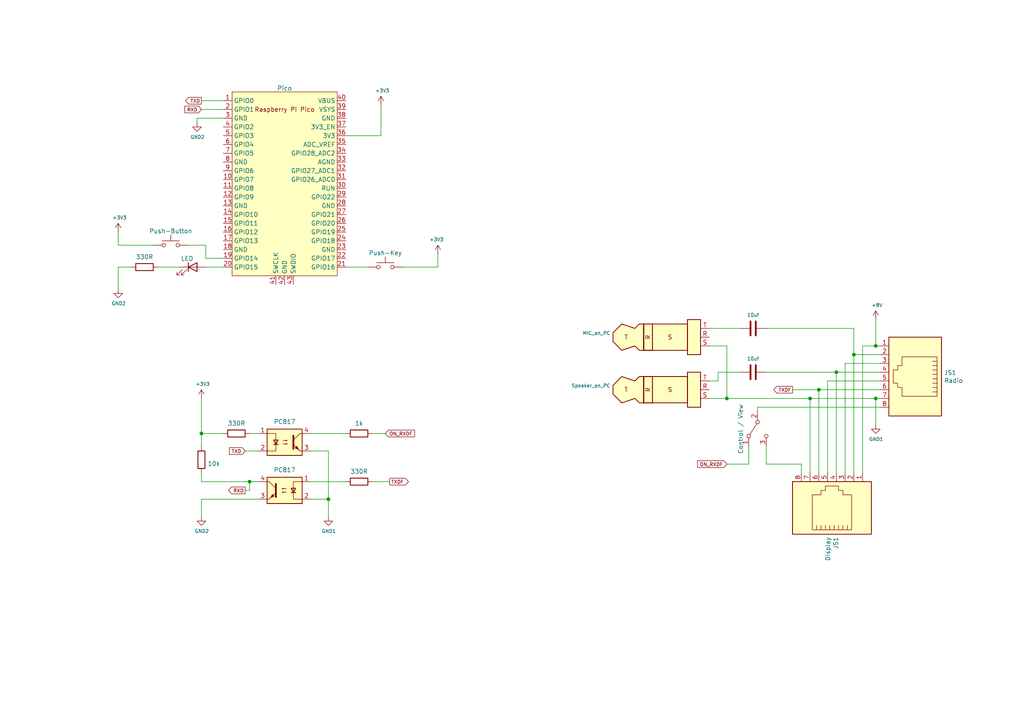
<source format=kicad_sch>
(kicad_sch (version 20211123) (generator eeschema)

  (uuid f006f79b-d19a-4297-adaa-07b05eae7408)

  (paper "A4")

  (title_block
    (title "Pico-Aurora-interface")
    (date "2022-09-18")
    (rev "0.1")
    (company "SA6HBR")
  )

  (lib_symbols
    (symbol "Connector:AudioPlug3" (in_bom yes) (on_board yes)
      (property "Reference" "J" (id 0) (at 1.27 6.35 0)
        (effects (font (size 1.27 1.27)))
      )
      (property "Value" "AudioPlug3" (id 1) (at 1.27 -6.35 0)
        (effects (font (size 1.27 1.27)))
      )
      (property "Footprint" "" (id 2) (at 2.54 -1.27 0)
        (effects (font (size 1.27 1.27)) hide)
      )
      (property "Datasheet" "~" (id 3) (at 2.54 -1.27 0)
        (effects (font (size 1.27 1.27)) hide)
      )
      (property "ki_keywords" "audio jack plug stereo headphones TRRS connector 2.5mm 3.5mm 6.35mm" (id 4) (at 0 0 0)
        (effects (font (size 1.27 1.27)) hide)
      )
      (property "ki_description" "Audio Jack, 3 Poles (Stereo / TRS)" (id 5) (at 0 0 0)
        (effects (font (size 1.27 1.27)) hide)
      )
      (property "ki_fp_filters" "Plug*" (id 6) (at 0 0 0)
        (effects (font (size 1.27 1.27)) hide)
      )
      (symbol "AudioPlug3_0_0"
        (text "R" (at -2.54 0 900)
          (effects (font (size 1.27 1.27)))
        )
      )
      (symbol "AudioPlug3_0_1"
        (rectangle (start -3.81 3.81) (end -1.27 -3.81)
          (stroke (width 0.254) (type default) (color 0 0 0 0))
          (fill (type none))
        )
        (rectangle (start -1.27 -1.27) (end -1.27 -1.27)
          (stroke (width 0) (type default) (color 0 0 0 0))
          (fill (type none))
        )
      )
      (symbol "AudioPlug3_1_0"
        (text "S" (at 3.81 0 0)
          (effects (font (size 1.27 1.27)))
        )
        (text "T" (at -8.89 0 0)
          (effects (font (size 1.27 1.27)))
        )
      )
      (symbol "AudioPlug3_1_1"
        (rectangle (start -3.81 3.81) (end 8.89 -3.81)
          (stroke (width 0.254) (type default) (color 0 0 0 0))
          (fill (type background))
        )
        (polyline
          (pts
            (xy -3.81 3.81)
            (xy -5.08 3.81)
            (xy -6.35 2.54)
            (xy -10.16 3.81)
            (xy -12.7 1.27)
            (xy -12.7 -1.27)
            (xy -10.16 -3.81)
            (xy -6.35 -2.54)
            (xy -5.08 -3.81)
            (xy -3.81 -3.81)
            (xy -3.81 3.81)
          )
          (stroke (width 0.254) (type default) (color 0 0 0 0))
          (fill (type background))
        )
        (rectangle (start 12.7 5.08) (end 8.89 -5.08)
          (stroke (width 0.254) (type default) (color 0 0 0 0))
          (fill (type background))
        )
        (pin passive line (at 15.24 0 180) (length 2.54)
          (name "~" (effects (font (size 1.27 1.27))))
          (number "R" (effects (font (size 1.27 1.27))))
        )
        (pin passive line (at 15.24 2.54 180) (length 2.54)
          (name "~" (effects (font (size 1.27 1.27))))
          (number "S" (effects (font (size 1.27 1.27))))
        )
        (pin passive line (at 15.24 -2.54 180) (length 2.54)
          (name "~" (effects (font (size 1.27 1.27))))
          (number "T" (effects (font (size 1.27 1.27))))
        )
      )
    )
    (symbol "Connector:RJ45" (pin_names (offset 1.016)) (in_bom yes) (on_board yes)
      (property "Reference" "J" (id 0) (at -5.08 13.97 0)
        (effects (font (size 1.27 1.27)) (justify right))
      )
      (property "Value" "RJ45" (id 1) (at 2.54 13.97 0)
        (effects (font (size 1.27 1.27)) (justify left))
      )
      (property "Footprint" "" (id 2) (at 0 0.635 90)
        (effects (font (size 1.27 1.27)) hide)
      )
      (property "Datasheet" "~" (id 3) (at 0 0.635 90)
        (effects (font (size 1.27 1.27)) hide)
      )
      (property "ki_keywords" "8P8C RJ female connector" (id 4) (at 0 0 0)
        (effects (font (size 1.27 1.27)) hide)
      )
      (property "ki_description" "RJ connector, 8P8C (8 positions 8 connected)" (id 5) (at 0 0 0)
        (effects (font (size 1.27 1.27)) hide)
      )
      (property "ki_fp_filters" "8P8C* RJ31* RJ32* RJ33* RJ34* RJ35* RJ41* RJ45* RJ49* RJ61*" (id 6) (at 0 0 0)
        (effects (font (size 1.27 1.27)) hide)
      )
      (symbol "RJ45_0_1"
        (polyline
          (pts
            (xy -5.08 4.445)
            (xy -6.35 4.445)
          )
          (stroke (width 0) (type default) (color 0 0 0 0))
          (fill (type none))
        )
        (polyline
          (pts
            (xy -5.08 5.715)
            (xy -6.35 5.715)
          )
          (stroke (width 0) (type default) (color 0 0 0 0))
          (fill (type none))
        )
        (polyline
          (pts
            (xy -6.35 -3.175)
            (xy -5.08 -3.175)
            (xy -5.08 -3.175)
          )
          (stroke (width 0) (type default) (color 0 0 0 0))
          (fill (type none))
        )
        (polyline
          (pts
            (xy -6.35 -1.905)
            (xy -5.08 -1.905)
            (xy -5.08 -1.905)
          )
          (stroke (width 0) (type default) (color 0 0 0 0))
          (fill (type none))
        )
        (polyline
          (pts
            (xy -6.35 -0.635)
            (xy -5.08 -0.635)
            (xy -5.08 -0.635)
          )
          (stroke (width 0) (type default) (color 0 0 0 0))
          (fill (type none))
        )
        (polyline
          (pts
            (xy -6.35 0.635)
            (xy -5.08 0.635)
            (xy -5.08 0.635)
          )
          (stroke (width 0) (type default) (color 0 0 0 0))
          (fill (type none))
        )
        (polyline
          (pts
            (xy -6.35 1.905)
            (xy -5.08 1.905)
            (xy -5.08 1.905)
          )
          (stroke (width 0) (type default) (color 0 0 0 0))
          (fill (type none))
        )
        (polyline
          (pts
            (xy -5.08 3.175)
            (xy -6.35 3.175)
            (xy -6.35 3.175)
          )
          (stroke (width 0) (type default) (color 0 0 0 0))
          (fill (type none))
        )
        (polyline
          (pts
            (xy -6.35 -4.445)
            (xy -6.35 6.985)
            (xy 3.81 6.985)
            (xy 3.81 4.445)
            (xy 5.08 4.445)
            (xy 5.08 3.175)
            (xy 6.35 3.175)
            (xy 6.35 -0.635)
            (xy 5.08 -0.635)
            (xy 5.08 -1.905)
            (xy 3.81 -1.905)
            (xy 3.81 -4.445)
            (xy -6.35 -4.445)
            (xy -6.35 -4.445)
          )
          (stroke (width 0) (type default) (color 0 0 0 0))
          (fill (type none))
        )
        (rectangle (start 7.62 12.7) (end -7.62 -10.16)
          (stroke (width 0.254) (type default) (color 0 0 0 0))
          (fill (type background))
        )
      )
      (symbol "RJ45_1_1"
        (pin passive line (at 10.16 -7.62 180) (length 2.54)
          (name "~" (effects (font (size 1.27 1.27))))
          (number "1" (effects (font (size 1.27 1.27))))
        )
        (pin passive line (at 10.16 -5.08 180) (length 2.54)
          (name "~" (effects (font (size 1.27 1.27))))
          (number "2" (effects (font (size 1.27 1.27))))
        )
        (pin passive line (at 10.16 -2.54 180) (length 2.54)
          (name "~" (effects (font (size 1.27 1.27))))
          (number "3" (effects (font (size 1.27 1.27))))
        )
        (pin passive line (at 10.16 0 180) (length 2.54)
          (name "~" (effects (font (size 1.27 1.27))))
          (number "4" (effects (font (size 1.27 1.27))))
        )
        (pin passive line (at 10.16 2.54 180) (length 2.54)
          (name "~" (effects (font (size 1.27 1.27))))
          (number "5" (effects (font (size 1.27 1.27))))
        )
        (pin passive line (at 10.16 5.08 180) (length 2.54)
          (name "~" (effects (font (size 1.27 1.27))))
          (number "6" (effects (font (size 1.27 1.27))))
        )
        (pin passive line (at 10.16 7.62 180) (length 2.54)
          (name "~" (effects (font (size 1.27 1.27))))
          (number "7" (effects (font (size 1.27 1.27))))
        )
        (pin passive line (at 10.16 10.16 180) (length 2.54)
          (name "~" (effects (font (size 1.27 1.27))))
          (number "8" (effects (font (size 1.27 1.27))))
        )
      )
    )
    (symbol "Device:C" (pin_numbers hide) (pin_names (offset 0.254)) (in_bom yes) (on_board yes)
      (property "Reference" "C" (id 0) (at 0.635 2.54 0)
        (effects (font (size 1.27 1.27)) (justify left))
      )
      (property "Value" "C" (id 1) (at 0.635 -2.54 0)
        (effects (font (size 1.27 1.27)) (justify left))
      )
      (property "Footprint" "" (id 2) (at 0.9652 -3.81 0)
        (effects (font (size 1.27 1.27)) hide)
      )
      (property "Datasheet" "~" (id 3) (at 0 0 0)
        (effects (font (size 1.27 1.27)) hide)
      )
      (property "ki_keywords" "cap capacitor" (id 4) (at 0 0 0)
        (effects (font (size 1.27 1.27)) hide)
      )
      (property "ki_description" "Unpolarized capacitor" (id 5) (at 0 0 0)
        (effects (font (size 1.27 1.27)) hide)
      )
      (property "ki_fp_filters" "C_*" (id 6) (at 0 0 0)
        (effects (font (size 1.27 1.27)) hide)
      )
      (symbol "C_0_1"
        (polyline
          (pts
            (xy -2.032 -0.762)
            (xy 2.032 -0.762)
          )
          (stroke (width 0.508) (type default) (color 0 0 0 0))
          (fill (type none))
        )
        (polyline
          (pts
            (xy -2.032 0.762)
            (xy 2.032 0.762)
          )
          (stroke (width 0.508) (type default) (color 0 0 0 0))
          (fill (type none))
        )
      )
      (symbol "C_1_1"
        (pin passive line (at 0 3.81 270) (length 2.794)
          (name "~" (effects (font (size 1.27 1.27))))
          (number "1" (effects (font (size 1.27 1.27))))
        )
        (pin passive line (at 0 -3.81 90) (length 2.794)
          (name "~" (effects (font (size 1.27 1.27))))
          (number "2" (effects (font (size 1.27 1.27))))
        )
      )
    )
    (symbol "Device:LED" (pin_numbers hide) (pin_names (offset 1.016) hide) (in_bom yes) (on_board yes)
      (property "Reference" "D" (id 0) (at 0 2.54 0)
        (effects (font (size 1.27 1.27)))
      )
      (property "Value" "LED" (id 1) (at 0 -2.54 0)
        (effects (font (size 1.27 1.27)))
      )
      (property "Footprint" "" (id 2) (at 0 0 0)
        (effects (font (size 1.27 1.27)) hide)
      )
      (property "Datasheet" "~" (id 3) (at 0 0 0)
        (effects (font (size 1.27 1.27)) hide)
      )
      (property "ki_keywords" "LED diode" (id 4) (at 0 0 0)
        (effects (font (size 1.27 1.27)) hide)
      )
      (property "ki_description" "Light emitting diode" (id 5) (at 0 0 0)
        (effects (font (size 1.27 1.27)) hide)
      )
      (property "ki_fp_filters" "LED* LED_SMD:* LED_THT:*" (id 6) (at 0 0 0)
        (effects (font (size 1.27 1.27)) hide)
      )
      (symbol "LED_0_1"
        (polyline
          (pts
            (xy -1.27 -1.27)
            (xy -1.27 1.27)
          )
          (stroke (width 0.254) (type default) (color 0 0 0 0))
          (fill (type none))
        )
        (polyline
          (pts
            (xy -1.27 0)
            (xy 1.27 0)
          )
          (stroke (width 0) (type default) (color 0 0 0 0))
          (fill (type none))
        )
        (polyline
          (pts
            (xy 1.27 -1.27)
            (xy 1.27 1.27)
            (xy -1.27 0)
            (xy 1.27 -1.27)
          )
          (stroke (width 0.254) (type default) (color 0 0 0 0))
          (fill (type none))
        )
        (polyline
          (pts
            (xy -3.048 -0.762)
            (xy -4.572 -2.286)
            (xy -3.81 -2.286)
            (xy -4.572 -2.286)
            (xy -4.572 -1.524)
          )
          (stroke (width 0) (type default) (color 0 0 0 0))
          (fill (type none))
        )
        (polyline
          (pts
            (xy -1.778 -0.762)
            (xy -3.302 -2.286)
            (xy -2.54 -2.286)
            (xy -3.302 -2.286)
            (xy -3.302 -1.524)
          )
          (stroke (width 0) (type default) (color 0 0 0 0))
          (fill (type none))
        )
      )
      (symbol "LED_1_1"
        (pin passive line (at -3.81 0 0) (length 2.54)
          (name "K" (effects (font (size 1.27 1.27))))
          (number "1" (effects (font (size 1.27 1.27))))
        )
        (pin passive line (at 3.81 0 180) (length 2.54)
          (name "A" (effects (font (size 1.27 1.27))))
          (number "2" (effects (font (size 1.27 1.27))))
        )
      )
    )
    (symbol "Device:R" (pin_numbers hide) (pin_names (offset 0)) (in_bom yes) (on_board yes)
      (property "Reference" "R" (id 0) (at 2.032 0 90)
        (effects (font (size 1.27 1.27)))
      )
      (property "Value" "R" (id 1) (at 0 0 90)
        (effects (font (size 1.27 1.27)))
      )
      (property "Footprint" "" (id 2) (at -1.778 0 90)
        (effects (font (size 1.27 1.27)) hide)
      )
      (property "Datasheet" "~" (id 3) (at 0 0 0)
        (effects (font (size 1.27 1.27)) hide)
      )
      (property "ki_keywords" "R res resistor" (id 4) (at 0 0 0)
        (effects (font (size 1.27 1.27)) hide)
      )
      (property "ki_description" "Resistor" (id 5) (at 0 0 0)
        (effects (font (size 1.27 1.27)) hide)
      )
      (property "ki_fp_filters" "R_*" (id 6) (at 0 0 0)
        (effects (font (size 1.27 1.27)) hide)
      )
      (symbol "R_0_1"
        (rectangle (start -1.016 -2.54) (end 1.016 2.54)
          (stroke (width 0.254) (type default) (color 0 0 0 0))
          (fill (type none))
        )
      )
      (symbol "R_1_1"
        (pin passive line (at 0 3.81 270) (length 1.27)
          (name "~" (effects (font (size 1.27 1.27))))
          (number "1" (effects (font (size 1.27 1.27))))
        )
        (pin passive line (at 0 -3.81 90) (length 1.27)
          (name "~" (effects (font (size 1.27 1.27))))
          (number "2" (effects (font (size 1.27 1.27))))
        )
      )
    )
    (symbol "Isolator:PC817" (pin_names (offset 1.016)) (in_bom yes) (on_board yes)
      (property "Reference" "U" (id 0) (at -5.08 5.08 0)
        (effects (font (size 1.27 1.27)) (justify left))
      )
      (property "Value" "PC817" (id 1) (at 0 5.08 0)
        (effects (font (size 1.27 1.27)) (justify left))
      )
      (property "Footprint" "Package_DIP:DIP-4_W7.62mm" (id 2) (at -5.08 -5.08 0)
        (effects (font (size 1.27 1.27) italic) (justify left) hide)
      )
      (property "Datasheet" "http://www.soselectronic.cz/a_info/resource/d/pc817.pdf" (id 3) (at 0 0 0)
        (effects (font (size 1.27 1.27)) (justify left) hide)
      )
      (property "ki_keywords" "NPN DC Optocoupler" (id 4) (at 0 0 0)
        (effects (font (size 1.27 1.27)) hide)
      )
      (property "ki_description" "DC Optocoupler, Vce 35V, CTR 50-300%, DIP-4" (id 5) (at 0 0 0)
        (effects (font (size 1.27 1.27)) hide)
      )
      (property "ki_fp_filters" "DIP*W7.62mm*" (id 6) (at 0 0 0)
        (effects (font (size 1.27 1.27)) hide)
      )
      (symbol "PC817_0_1"
        (rectangle (start -5.08 3.81) (end 5.08 -3.81)
          (stroke (width 0.254) (type default) (color 0 0 0 0))
          (fill (type background))
        )
        (polyline
          (pts
            (xy -3.175 -0.635)
            (xy -1.905 -0.635)
          )
          (stroke (width 0.254) (type default) (color 0 0 0 0))
          (fill (type none))
        )
        (polyline
          (pts
            (xy 2.54 0.635)
            (xy 4.445 2.54)
          )
          (stroke (width 0) (type default) (color 0 0 0 0))
          (fill (type none))
        )
        (polyline
          (pts
            (xy 4.445 -2.54)
            (xy 2.54 -0.635)
          )
          (stroke (width 0) (type default) (color 0 0 0 0))
          (fill (type outline))
        )
        (polyline
          (pts
            (xy 4.445 -2.54)
            (xy 5.08 -2.54)
          )
          (stroke (width 0) (type default) (color 0 0 0 0))
          (fill (type none))
        )
        (polyline
          (pts
            (xy 4.445 2.54)
            (xy 5.08 2.54)
          )
          (stroke (width 0) (type default) (color 0 0 0 0))
          (fill (type none))
        )
        (polyline
          (pts
            (xy -5.08 2.54)
            (xy -2.54 2.54)
            (xy -2.54 -0.635)
          )
          (stroke (width 0) (type default) (color 0 0 0 0))
          (fill (type none))
        )
        (polyline
          (pts
            (xy -2.54 -0.635)
            (xy -2.54 -2.54)
            (xy -5.08 -2.54)
          )
          (stroke (width 0) (type default) (color 0 0 0 0))
          (fill (type none))
        )
        (polyline
          (pts
            (xy 2.54 1.905)
            (xy 2.54 -1.905)
            (xy 2.54 -1.905)
          )
          (stroke (width 0.508) (type default) (color 0 0 0 0))
          (fill (type none))
        )
        (polyline
          (pts
            (xy -2.54 -0.635)
            (xy -3.175 0.635)
            (xy -1.905 0.635)
            (xy -2.54 -0.635)
          )
          (stroke (width 0.254) (type default) (color 0 0 0 0))
          (fill (type none))
        )
        (polyline
          (pts
            (xy -0.508 -0.508)
            (xy 0.762 -0.508)
            (xy 0.381 -0.635)
            (xy 0.381 -0.381)
            (xy 0.762 -0.508)
          )
          (stroke (width 0) (type default) (color 0 0 0 0))
          (fill (type none))
        )
        (polyline
          (pts
            (xy -0.508 0.508)
            (xy 0.762 0.508)
            (xy 0.381 0.381)
            (xy 0.381 0.635)
            (xy 0.762 0.508)
          )
          (stroke (width 0) (type default) (color 0 0 0 0))
          (fill (type none))
        )
        (polyline
          (pts
            (xy 3.048 -1.651)
            (xy 3.556 -1.143)
            (xy 4.064 -2.159)
            (xy 3.048 -1.651)
            (xy 3.048 -1.651)
          )
          (stroke (width 0) (type default) (color 0 0 0 0))
          (fill (type outline))
        )
      )
      (symbol "PC817_1_1"
        (pin passive line (at -7.62 2.54 0) (length 2.54)
          (name "~" (effects (font (size 1.27 1.27))))
          (number "1" (effects (font (size 1.27 1.27))))
        )
        (pin passive line (at -7.62 -2.54 0) (length 2.54)
          (name "~" (effects (font (size 1.27 1.27))))
          (number "2" (effects (font (size 1.27 1.27))))
        )
        (pin passive line (at 7.62 -2.54 180) (length 2.54)
          (name "~" (effects (font (size 1.27 1.27))))
          (number "3" (effects (font (size 1.27 1.27))))
        )
        (pin passive line (at 7.62 2.54 180) (length 2.54)
          (name "~" (effects (font (size 1.27 1.27))))
          (number "4" (effects (font (size 1.27 1.27))))
        )
      )
    )
    (symbol "MCU_RaspberryPi_and_Boards:Pico" (in_bom yes) (on_board yes)
      (property "Reference" "U" (id 0) (at -13.97 27.94 0)
        (effects (font (size 1.27 1.27)))
      )
      (property "Value" "Pico" (id 1) (at 0 19.05 0)
        (effects (font (size 1.27 1.27)))
      )
      (property "Footprint" "RPi_Pico:RPi_Pico_SMD_TH" (id 2) (at 0 0 90)
        (effects (font (size 1.27 1.27)) hide)
      )
      (property "Datasheet" "" (id 3) (at 0 0 0)
        (effects (font (size 1.27 1.27)) hide)
      )
      (symbol "Pico_0_0"
        (text "Raspberry Pi Pico" (at 0 21.59 0)
          (effects (font (size 1.27 1.27)))
        )
      )
      (symbol "Pico_0_1"
        (rectangle (start -15.24 26.67) (end 15.24 -26.67)
          (stroke (width 0) (type default) (color 0 0 0 0))
          (fill (type background))
        )
      )
      (symbol "Pico_1_1"
        (pin bidirectional line (at -17.78 24.13 0) (length 2.54)
          (name "GPIO0" (effects (font (size 1.27 1.27))))
          (number "1" (effects (font (size 1.27 1.27))))
        )
        (pin bidirectional line (at -17.78 1.27 0) (length 2.54)
          (name "GPIO7" (effects (font (size 1.27 1.27))))
          (number "10" (effects (font (size 1.27 1.27))))
        )
        (pin bidirectional line (at -17.78 -1.27 0) (length 2.54)
          (name "GPIO8" (effects (font (size 1.27 1.27))))
          (number "11" (effects (font (size 1.27 1.27))))
        )
        (pin bidirectional line (at -17.78 -3.81 0) (length 2.54)
          (name "GPIO9" (effects (font (size 1.27 1.27))))
          (number "12" (effects (font (size 1.27 1.27))))
        )
        (pin power_in line (at -17.78 -6.35 0) (length 2.54)
          (name "GND" (effects (font (size 1.27 1.27))))
          (number "13" (effects (font (size 1.27 1.27))))
        )
        (pin bidirectional line (at -17.78 -8.89 0) (length 2.54)
          (name "GPIO10" (effects (font (size 1.27 1.27))))
          (number "14" (effects (font (size 1.27 1.27))))
        )
        (pin bidirectional line (at -17.78 -11.43 0) (length 2.54)
          (name "GPIO11" (effects (font (size 1.27 1.27))))
          (number "15" (effects (font (size 1.27 1.27))))
        )
        (pin bidirectional line (at -17.78 -13.97 0) (length 2.54)
          (name "GPIO12" (effects (font (size 1.27 1.27))))
          (number "16" (effects (font (size 1.27 1.27))))
        )
        (pin bidirectional line (at -17.78 -16.51 0) (length 2.54)
          (name "GPIO13" (effects (font (size 1.27 1.27))))
          (number "17" (effects (font (size 1.27 1.27))))
        )
        (pin power_in line (at -17.78 -19.05 0) (length 2.54)
          (name "GND" (effects (font (size 1.27 1.27))))
          (number "18" (effects (font (size 1.27 1.27))))
        )
        (pin bidirectional line (at -17.78 -21.59 0) (length 2.54)
          (name "GPIO14" (effects (font (size 1.27 1.27))))
          (number "19" (effects (font (size 1.27 1.27))))
        )
        (pin bidirectional line (at -17.78 21.59 0) (length 2.54)
          (name "GPIO1" (effects (font (size 1.27 1.27))))
          (number "2" (effects (font (size 1.27 1.27))))
        )
        (pin bidirectional line (at -17.78 -24.13 0) (length 2.54)
          (name "GPIO15" (effects (font (size 1.27 1.27))))
          (number "20" (effects (font (size 1.27 1.27))))
        )
        (pin bidirectional line (at 17.78 -24.13 180) (length 2.54)
          (name "GPIO16" (effects (font (size 1.27 1.27))))
          (number "21" (effects (font (size 1.27 1.27))))
        )
        (pin bidirectional line (at 17.78 -21.59 180) (length 2.54)
          (name "GPIO17" (effects (font (size 1.27 1.27))))
          (number "22" (effects (font (size 1.27 1.27))))
        )
        (pin power_in line (at 17.78 -19.05 180) (length 2.54)
          (name "GND" (effects (font (size 1.27 1.27))))
          (number "23" (effects (font (size 1.27 1.27))))
        )
        (pin bidirectional line (at 17.78 -16.51 180) (length 2.54)
          (name "GPIO18" (effects (font (size 1.27 1.27))))
          (number "24" (effects (font (size 1.27 1.27))))
        )
        (pin bidirectional line (at 17.78 -13.97 180) (length 2.54)
          (name "GPIO19" (effects (font (size 1.27 1.27))))
          (number "25" (effects (font (size 1.27 1.27))))
        )
        (pin bidirectional line (at 17.78 -11.43 180) (length 2.54)
          (name "GPIO20" (effects (font (size 1.27 1.27))))
          (number "26" (effects (font (size 1.27 1.27))))
        )
        (pin bidirectional line (at 17.78 -8.89 180) (length 2.54)
          (name "GPIO21" (effects (font (size 1.27 1.27))))
          (number "27" (effects (font (size 1.27 1.27))))
        )
        (pin power_in line (at 17.78 -6.35 180) (length 2.54)
          (name "GND" (effects (font (size 1.27 1.27))))
          (number "28" (effects (font (size 1.27 1.27))))
        )
        (pin bidirectional line (at 17.78 -3.81 180) (length 2.54)
          (name "GPIO22" (effects (font (size 1.27 1.27))))
          (number "29" (effects (font (size 1.27 1.27))))
        )
        (pin power_in line (at -17.78 19.05 0) (length 2.54)
          (name "GND" (effects (font (size 1.27 1.27))))
          (number "3" (effects (font (size 1.27 1.27))))
        )
        (pin input line (at 17.78 -1.27 180) (length 2.54)
          (name "RUN" (effects (font (size 1.27 1.27))))
          (number "30" (effects (font (size 1.27 1.27))))
        )
        (pin bidirectional line (at 17.78 1.27 180) (length 2.54)
          (name "GPIO26_ADC0" (effects (font (size 1.27 1.27))))
          (number "31" (effects (font (size 1.27 1.27))))
        )
        (pin bidirectional line (at 17.78 3.81 180) (length 2.54)
          (name "GPIO27_ADC1" (effects (font (size 1.27 1.27))))
          (number "32" (effects (font (size 1.27 1.27))))
        )
        (pin power_in line (at 17.78 6.35 180) (length 2.54)
          (name "AGND" (effects (font (size 1.27 1.27))))
          (number "33" (effects (font (size 1.27 1.27))))
        )
        (pin bidirectional line (at 17.78 8.89 180) (length 2.54)
          (name "GPIO28_ADC2" (effects (font (size 1.27 1.27))))
          (number "34" (effects (font (size 1.27 1.27))))
        )
        (pin power_in line (at 17.78 11.43 180) (length 2.54)
          (name "ADC_VREF" (effects (font (size 1.27 1.27))))
          (number "35" (effects (font (size 1.27 1.27))))
        )
        (pin power_in line (at 17.78 13.97 180) (length 2.54)
          (name "3V3" (effects (font (size 1.27 1.27))))
          (number "36" (effects (font (size 1.27 1.27))))
        )
        (pin input line (at 17.78 16.51 180) (length 2.54)
          (name "3V3_EN" (effects (font (size 1.27 1.27))))
          (number "37" (effects (font (size 1.27 1.27))))
        )
        (pin bidirectional line (at 17.78 19.05 180) (length 2.54)
          (name "GND" (effects (font (size 1.27 1.27))))
          (number "38" (effects (font (size 1.27 1.27))))
        )
        (pin power_in line (at 17.78 21.59 180) (length 2.54)
          (name "VSYS" (effects (font (size 1.27 1.27))))
          (number "39" (effects (font (size 1.27 1.27))))
        )
        (pin bidirectional line (at -17.78 16.51 0) (length 2.54)
          (name "GPIO2" (effects (font (size 1.27 1.27))))
          (number "4" (effects (font (size 1.27 1.27))))
        )
        (pin power_in line (at 17.78 24.13 180) (length 2.54)
          (name "VBUS" (effects (font (size 1.27 1.27))))
          (number "40" (effects (font (size 1.27 1.27))))
        )
        (pin input line (at -2.54 -29.21 90) (length 2.54)
          (name "SWCLK" (effects (font (size 1.27 1.27))))
          (number "41" (effects (font (size 1.27 1.27))))
        )
        (pin power_in line (at 0 -29.21 90) (length 2.54)
          (name "GND" (effects (font (size 1.27 1.27))))
          (number "42" (effects (font (size 1.27 1.27))))
        )
        (pin bidirectional line (at 2.54 -29.21 90) (length 2.54)
          (name "SWDIO" (effects (font (size 1.27 1.27))))
          (number "43" (effects (font (size 1.27 1.27))))
        )
        (pin bidirectional line (at -17.78 13.97 0) (length 2.54)
          (name "GPIO3" (effects (font (size 1.27 1.27))))
          (number "5" (effects (font (size 1.27 1.27))))
        )
        (pin bidirectional line (at -17.78 11.43 0) (length 2.54)
          (name "GPIO4" (effects (font (size 1.27 1.27))))
          (number "6" (effects (font (size 1.27 1.27))))
        )
        (pin bidirectional line (at -17.78 8.89 0) (length 2.54)
          (name "GPIO5" (effects (font (size 1.27 1.27))))
          (number "7" (effects (font (size 1.27 1.27))))
        )
        (pin power_in line (at -17.78 6.35 0) (length 2.54)
          (name "GND" (effects (font (size 1.27 1.27))))
          (number "8" (effects (font (size 1.27 1.27))))
        )
        (pin bidirectional line (at -17.78 3.81 0) (length 2.54)
          (name "GPIO6" (effects (font (size 1.27 1.27))))
          (number "9" (effects (font (size 1.27 1.27))))
        )
      )
    )
    (symbol "Switch:SW_DPDT_x2" (pin_names (offset 0) hide) (in_bom yes) (on_board yes)
      (property "Reference" "SW" (id 0) (at 0 4.318 0)
        (effects (font (size 1.27 1.27)))
      )
      (property "Value" "SW_DPDT_x2" (id 1) (at 0 -5.08 0)
        (effects (font (size 1.27 1.27)))
      )
      (property "Footprint" "" (id 2) (at 0 0 0)
        (effects (font (size 1.27 1.27)) hide)
      )
      (property "Datasheet" "~" (id 3) (at 0 0 0)
        (effects (font (size 1.27 1.27)) hide)
      )
      (property "ki_keywords" "switch dual-pole double-throw DPDT spdt ON-ON" (id 4) (at 0 0 0)
        (effects (font (size 1.27 1.27)) hide)
      )
      (property "ki_description" "Switch, dual pole double throw, separate symbols" (id 5) (at 0 0 0)
        (effects (font (size 1.27 1.27)) hide)
      )
      (property "ki_fp_filters" "SW*DPDT*" (id 6) (at 0 0 0)
        (effects (font (size 1.27 1.27)) hide)
      )
      (symbol "SW_DPDT_x2_0_0"
        (circle (center -2.032 0) (radius 0.508)
          (stroke (width 0) (type default) (color 0 0 0 0))
          (fill (type none))
        )
        (circle (center 2.032 -2.54) (radius 0.508)
          (stroke (width 0) (type default) (color 0 0 0 0))
          (fill (type none))
        )
      )
      (symbol "SW_DPDT_x2_0_1"
        (polyline
          (pts
            (xy -1.524 0.254)
            (xy 1.651 2.286)
          )
          (stroke (width 0) (type default) (color 0 0 0 0))
          (fill (type none))
        )
        (circle (center 2.032 2.54) (radius 0.508)
          (stroke (width 0) (type default) (color 0 0 0 0))
          (fill (type none))
        )
      )
      (symbol "SW_DPDT_x2_1_1"
        (pin passive line (at 5.08 2.54 180) (length 2.54)
          (name "A" (effects (font (size 1.27 1.27))))
          (number "1" (effects (font (size 1.27 1.27))))
        )
        (pin passive line (at -5.08 0 0) (length 2.54)
          (name "B" (effects (font (size 1.27 1.27))))
          (number "2" (effects (font (size 1.27 1.27))))
        )
        (pin passive line (at 5.08 -2.54 180) (length 2.54)
          (name "C" (effects (font (size 1.27 1.27))))
          (number "3" (effects (font (size 1.27 1.27))))
        )
      )
      (symbol "SW_DPDT_x2_2_1"
        (pin passive line (at 5.08 2.54 180) (length 2.54)
          (name "A" (effects (font (size 1.27 1.27))))
          (number "4" (effects (font (size 1.27 1.27))))
        )
        (pin passive line (at -5.08 0 0) (length 2.54)
          (name "B" (effects (font (size 1.27 1.27))))
          (number "5" (effects (font (size 1.27 1.27))))
        )
        (pin passive line (at 5.08 -2.54 180) (length 2.54)
          (name "C" (effects (font (size 1.27 1.27))))
          (number "6" (effects (font (size 1.27 1.27))))
        )
      )
    )
    (symbol "Switch:SW_Push" (pin_numbers hide) (pin_names (offset 1.016) hide) (in_bom yes) (on_board yes)
      (property "Reference" "SW" (id 0) (at 1.27 2.54 0)
        (effects (font (size 1.27 1.27)) (justify left))
      )
      (property "Value" "SW_Push" (id 1) (at 0 -1.524 0)
        (effects (font (size 1.27 1.27)))
      )
      (property "Footprint" "" (id 2) (at 0 5.08 0)
        (effects (font (size 1.27 1.27)) hide)
      )
      (property "Datasheet" "~" (id 3) (at 0 5.08 0)
        (effects (font (size 1.27 1.27)) hide)
      )
      (property "ki_keywords" "switch normally-open pushbutton push-button" (id 4) (at 0 0 0)
        (effects (font (size 1.27 1.27)) hide)
      )
      (property "ki_description" "Push button switch, generic, two pins" (id 5) (at 0 0 0)
        (effects (font (size 1.27 1.27)) hide)
      )
      (symbol "SW_Push_0_1"
        (circle (center -2.032 0) (radius 0.508)
          (stroke (width 0) (type default) (color 0 0 0 0))
          (fill (type none))
        )
        (polyline
          (pts
            (xy 0 1.27)
            (xy 0 3.048)
          )
          (stroke (width 0) (type default) (color 0 0 0 0))
          (fill (type none))
        )
        (polyline
          (pts
            (xy 2.54 1.27)
            (xy -2.54 1.27)
          )
          (stroke (width 0) (type default) (color 0 0 0 0))
          (fill (type none))
        )
        (circle (center 2.032 0) (radius 0.508)
          (stroke (width 0) (type default) (color 0 0 0 0))
          (fill (type none))
        )
        (pin passive line (at -5.08 0 0) (length 2.54)
          (name "1" (effects (font (size 1.27 1.27))))
          (number "1" (effects (font (size 1.27 1.27))))
        )
        (pin passive line (at 5.08 0 180) (length 2.54)
          (name "2" (effects (font (size 1.27 1.27))))
          (number "2" (effects (font (size 1.27 1.27))))
        )
      )
    )
    (symbol "power:+3.3V" (power) (pin_names (offset 0)) (in_bom yes) (on_board yes)
      (property "Reference" "#PWR" (id 0) (at 0 -3.81 0)
        (effects (font (size 1.27 1.27)) hide)
      )
      (property "Value" "+3.3V" (id 1) (at 0 3.556 0)
        (effects (font (size 1.27 1.27)))
      )
      (property "Footprint" "" (id 2) (at 0 0 0)
        (effects (font (size 1.27 1.27)) hide)
      )
      (property "Datasheet" "" (id 3) (at 0 0 0)
        (effects (font (size 1.27 1.27)) hide)
      )
      (property "ki_keywords" "power-flag" (id 4) (at 0 0 0)
        (effects (font (size 1.27 1.27)) hide)
      )
      (property "ki_description" "Power symbol creates a global label with name \"+3.3V\"" (id 5) (at 0 0 0)
        (effects (font (size 1.27 1.27)) hide)
      )
      (symbol "+3.3V_0_1"
        (polyline
          (pts
            (xy -0.762 1.27)
            (xy 0 2.54)
          )
          (stroke (width 0) (type default) (color 0 0 0 0))
          (fill (type none))
        )
        (polyline
          (pts
            (xy 0 0)
            (xy 0 2.54)
          )
          (stroke (width 0) (type default) (color 0 0 0 0))
          (fill (type none))
        )
        (polyline
          (pts
            (xy 0 2.54)
            (xy 0.762 1.27)
          )
          (stroke (width 0) (type default) (color 0 0 0 0))
          (fill (type none))
        )
      )
      (symbol "+3.3V_1_1"
        (pin power_in line (at 0 0 90) (length 0) hide
          (name "+3V3" (effects (font (size 1.27 1.27))))
          (number "1" (effects (font (size 1.27 1.27))))
        )
      )
    )
    (symbol "power:+8V" (power) (pin_names (offset 0)) (in_bom yes) (on_board yes)
      (property "Reference" "#PWR" (id 0) (at 0 -3.81 0)
        (effects (font (size 1.27 1.27)) hide)
      )
      (property "Value" "+8V" (id 1) (at 0 3.556 0)
        (effects (font (size 1.27 1.27)))
      )
      (property "Footprint" "" (id 2) (at 0 0 0)
        (effects (font (size 1.27 1.27)) hide)
      )
      (property "Datasheet" "" (id 3) (at 0 0 0)
        (effects (font (size 1.27 1.27)) hide)
      )
      (property "ki_keywords" "power-flag" (id 4) (at 0 0 0)
        (effects (font (size 1.27 1.27)) hide)
      )
      (property "ki_description" "Power symbol creates a global label with name \"+8V\"" (id 5) (at 0 0 0)
        (effects (font (size 1.27 1.27)) hide)
      )
      (symbol "+8V_0_1"
        (polyline
          (pts
            (xy -0.762 1.27)
            (xy 0 2.54)
          )
          (stroke (width 0) (type default) (color 0 0 0 0))
          (fill (type none))
        )
        (polyline
          (pts
            (xy 0 0)
            (xy 0 2.54)
          )
          (stroke (width 0) (type default) (color 0 0 0 0))
          (fill (type none))
        )
        (polyline
          (pts
            (xy 0 2.54)
            (xy 0.762 1.27)
          )
          (stroke (width 0) (type default) (color 0 0 0 0))
          (fill (type none))
        )
      )
      (symbol "+8V_1_1"
        (pin power_in line (at 0 0 90) (length 0) hide
          (name "+8V" (effects (font (size 1.27 1.27))))
          (number "1" (effects (font (size 1.27 1.27))))
        )
      )
    )
    (symbol "power:GND1" (power) (pin_names (offset 0)) (in_bom yes) (on_board yes)
      (property "Reference" "#PWR" (id 0) (at 0 -6.35 0)
        (effects (font (size 1.27 1.27)) hide)
      )
      (property "Value" "GND1" (id 1) (at 0 -3.81 0)
        (effects (font (size 1.27 1.27)))
      )
      (property "Footprint" "" (id 2) (at 0 0 0)
        (effects (font (size 1.27 1.27)) hide)
      )
      (property "Datasheet" "" (id 3) (at 0 0 0)
        (effects (font (size 1.27 1.27)) hide)
      )
      (property "ki_keywords" "power-flag" (id 4) (at 0 0 0)
        (effects (font (size 1.27 1.27)) hide)
      )
      (property "ki_description" "Power symbol creates a global label with name \"GND1\" , ground" (id 5) (at 0 0 0)
        (effects (font (size 1.27 1.27)) hide)
      )
      (symbol "GND1_0_1"
        (polyline
          (pts
            (xy 0 0)
            (xy 0 -1.27)
            (xy 1.27 -1.27)
            (xy 0 -2.54)
            (xy -1.27 -1.27)
            (xy 0 -1.27)
          )
          (stroke (width 0) (type default) (color 0 0 0 0))
          (fill (type none))
        )
      )
      (symbol "GND1_1_1"
        (pin power_in line (at 0 0 270) (length 0) hide
          (name "GND1" (effects (font (size 1.27 1.27))))
          (number "1" (effects (font (size 1.27 1.27))))
        )
      )
    )
    (symbol "power:GND2" (power) (pin_names (offset 0)) (in_bom yes) (on_board yes)
      (property "Reference" "#PWR" (id 0) (at 0 -6.35 0)
        (effects (font (size 1.27 1.27)) hide)
      )
      (property "Value" "GND2" (id 1) (at 0 -3.81 0)
        (effects (font (size 1.27 1.27)))
      )
      (property "Footprint" "" (id 2) (at 0 0 0)
        (effects (font (size 1.27 1.27)) hide)
      )
      (property "Datasheet" "" (id 3) (at 0 0 0)
        (effects (font (size 1.27 1.27)) hide)
      )
      (property "ki_keywords" "power-flag" (id 4) (at 0 0 0)
        (effects (font (size 1.27 1.27)) hide)
      )
      (property "ki_description" "Power symbol creates a global label with name \"GND2\" , ground" (id 5) (at 0 0 0)
        (effects (font (size 1.27 1.27)) hide)
      )
      (symbol "GND2_0_1"
        (polyline
          (pts
            (xy 0 0)
            (xy 0 -1.27)
            (xy 1.27 -1.27)
            (xy 0 -2.54)
            (xy -1.27 -1.27)
            (xy 0 -1.27)
          )
          (stroke (width 0) (type default) (color 0 0 0 0))
          (fill (type none))
        )
      )
      (symbol "GND2_1_1"
        (pin power_in line (at 0 0 270) (length 0) hide
          (name "GND2" (effects (font (size 1.27 1.27))))
          (number "1" (effects (font (size 1.27 1.27))))
        )
      )
    )
  )

  (junction (at 254 115.57) (diameter 0) (color 0 0 0 0)
    (uuid 229fb7d2-6c48-4120-ab8f-3a4cdfead7a0)
  )
  (junction (at 242.57 107.95) (diameter 0) (color 0 0 0 0)
    (uuid 2caa6854-09b5-430b-9c6d-e39ff917e26a)
  )
  (junction (at 95.25 144.78) (diameter 0) (color 0 0 0 0)
    (uuid 458dc1d4-6976-4c9e-b996-265561ea7423)
  )
  (junction (at 210.82 115.57) (diameter 0) (color 0 0 0 0)
    (uuid 5b42eb09-d31e-47c9-9e9d-cb927ce3583c)
  )
  (junction (at 237.49 113.03) (diameter 0) (color 0 0 0 0)
    (uuid 8b9d4484-f0e4-47fd-8e65-92dddf3da029)
  )
  (junction (at 247.65 102.87) (diameter 0) (color 0 0 0 0)
    (uuid 9e7bb97f-2368-4a68-99a8-e2cb60e06838)
  )
  (junction (at 72.39 139.7) (diameter 0) (color 0 0 0 0)
    (uuid ab96c65e-26ba-4ed5-b30d-c017be146a7a)
  )
  (junction (at 234.95 115.57) (diameter 0) (color 0 0 0 0)
    (uuid c8f3031c-c315-4e93-b205-9f615c6d76fe)
  )
  (junction (at 58.42 125.73) (diameter 0) (color 0 0 0 0)
    (uuid d836f8a2-7131-43fd-a39b-9e4ed306c9ab)
  )
  (junction (at 254 100.33) (diameter 0) (color 0 0 0 0)
    (uuid ddc1cbc4-79c5-4389-85e4-26a3c70c948a)
  )

  (wire (pts (xy 100.33 77.47) (xy 106.68 77.47))
    (stroke (width 0) (type default) (color 0 0 0 0))
    (uuid 003b23e1-9f8f-44e1-8bbd-edccb11ef6b9)
  )
  (wire (pts (xy 247.65 102.87) (xy 247.65 137.16))
    (stroke (width 0) (type default) (color 0 0 0 0))
    (uuid 00dd6f52-63d0-4679-a71b-f8fc5a06e8c3)
  )
  (wire (pts (xy 205.74 100.33) (xy 210.82 100.33))
    (stroke (width 0) (type default) (color 0 0 0 0))
    (uuid 0229d18d-d271-49be-8c03-8e4b32448bbc)
  )
  (wire (pts (xy 58.42 29.21) (xy 64.77 29.21))
    (stroke (width 0) (type default) (color 0 0 0 0))
    (uuid 05b214dc-9ff4-4dd7-a2cd-89afa38b1c0d)
  )
  (wire (pts (xy 127 77.47) (xy 127 73.66))
    (stroke (width 0) (type default) (color 0 0 0 0))
    (uuid 077c7713-5f8a-46ad-9e1e-0a158b076dfa)
  )
  (wire (pts (xy 71.12 130.81) (xy 74.93 130.81))
    (stroke (width 0) (type default) (color 0 0 0 0))
    (uuid 09c5fcdf-4c8e-4af7-a9d0-1ab54169e7b6)
  )
  (wire (pts (xy 38.1 77.47) (xy 34.29 77.47))
    (stroke (width 0) (type default) (color 0 0 0 0))
    (uuid 0aff7e80-76ae-40e2-979d-13ccc214b40b)
  )
  (wire (pts (xy 107.95 139.7) (xy 113.03 139.7))
    (stroke (width 0) (type default) (color 0 0 0 0))
    (uuid 0ce000ec-1beb-47aa-bd2f-6ae68779911b)
  )
  (wire (pts (xy 208.28 107.95) (xy 214.63 107.95))
    (stroke (width 0) (type default) (color 0 0 0 0))
    (uuid 100d3543-d605-4c3b-8054-aec59bf2b406)
  )
  (wire (pts (xy 100.33 39.37) (xy 110.49 39.37))
    (stroke (width 0) (type default) (color 0 0 0 0))
    (uuid 1277ea58-688e-49f1-8951-86d74c1c5751)
  )
  (wire (pts (xy 34.29 77.47) (xy 34.29 83.82))
    (stroke (width 0) (type default) (color 0 0 0 0))
    (uuid 13c44d2d-1279-4825-981f-16e6f40fcfbc)
  )
  (wire (pts (xy 250.19 100.33) (xy 254 100.33))
    (stroke (width 0) (type default) (color 0 0 0 0))
    (uuid 1530708c-e682-4209-ab3c-158be97f2db5)
  )
  (wire (pts (xy 74.93 144.78) (xy 58.42 144.78))
    (stroke (width 0) (type default) (color 0 0 0 0))
    (uuid 21d94050-7f4e-4ecc-a75f-80b2ca425123)
  )
  (wire (pts (xy 217.17 129.54) (xy 217.17 134.62))
    (stroke (width 0) (type default) (color 0 0 0 0))
    (uuid 2705fbd2-ce56-4707-94a8-cee518bd84e7)
  )
  (wire (pts (xy 58.42 125.73) (xy 58.42 129.54))
    (stroke (width 0) (type default) (color 0 0 0 0))
    (uuid 272393d8-defa-47b4-94cc-974b5237cc52)
  )
  (wire (pts (xy 210.82 115.57) (xy 234.95 115.57))
    (stroke (width 0) (type default) (color 0 0 0 0))
    (uuid 2b38f935-d567-4d87-81e7-f2c38b013f0f)
  )
  (wire (pts (xy 95.25 144.78) (xy 95.25 149.86))
    (stroke (width 0) (type default) (color 0 0 0 0))
    (uuid 2dc1b664-ce1f-4b99-8618-39f9bac4111a)
  )
  (wire (pts (xy 240.03 110.49) (xy 240.03 137.16))
    (stroke (width 0) (type default) (color 0 0 0 0))
    (uuid 339286af-5c3b-4a44-a71c-98c6c7f11f73)
  )
  (wire (pts (xy 72.39 142.24) (xy 71.12 142.24))
    (stroke (width 0) (type default) (color 0 0 0 0))
    (uuid 345e2c00-50ef-4b5b-9687-029aad55e5df)
  )
  (wire (pts (xy 222.25 95.25) (xy 247.65 95.25))
    (stroke (width 0) (type default) (color 0 0 0 0))
    (uuid 3c0099b5-e8c2-43d9-951a-6b2aba3e8ec0)
  )
  (wire (pts (xy 58.42 139.7) (xy 58.42 137.16))
    (stroke (width 0) (type default) (color 0 0 0 0))
    (uuid 3c7a4437-f643-49ba-9c17-935c5bd03b24)
  )
  (wire (pts (xy 255.27 110.49) (xy 240.03 110.49))
    (stroke (width 0) (type default) (color 0 0 0 0))
    (uuid 3d567a64-6ca9-4468-9837-d38d9de7f19c)
  )
  (wire (pts (xy 72.39 125.73) (xy 74.93 125.73))
    (stroke (width 0) (type default) (color 0 0 0 0))
    (uuid 41f3443a-b913-4576-be7a-ee23ccd054d8)
  )
  (wire (pts (xy 245.11 105.41) (xy 245.11 137.16))
    (stroke (width 0) (type default) (color 0 0 0 0))
    (uuid 431909d1-ea65-49a4-8d61-29b41fac466e)
  )
  (wire (pts (xy 58.42 125.73) (xy 64.77 125.73))
    (stroke (width 0) (type default) (color 0 0 0 0))
    (uuid 45f75f24-6eaf-4709-a85b-d6272260ffeb)
  )
  (wire (pts (xy 237.49 113.03) (xy 237.49 137.16))
    (stroke (width 0) (type default) (color 0 0 0 0))
    (uuid 4af30af8-a7b5-431b-b041-4d67a09eea97)
  )
  (wire (pts (xy 254 115.57) (xy 254 123.19))
    (stroke (width 0) (type default) (color 0 0 0 0))
    (uuid 4ba613b4-feb6-4237-a6bd-964d9d4d5a98)
  )
  (wire (pts (xy 219.71 118.11) (xy 255.27 118.11))
    (stroke (width 0) (type default) (color 0 0 0 0))
    (uuid 4c904914-e02c-4bc2-affc-b45b8b3960b4)
  )
  (wire (pts (xy 95.25 130.81) (xy 95.25 144.78))
    (stroke (width 0) (type default) (color 0 0 0 0))
    (uuid 4f7a627a-5706-47ee-ac7b-de417c5e74ac)
  )
  (wire (pts (xy 58.42 144.78) (xy 58.42 149.86))
    (stroke (width 0) (type default) (color 0 0 0 0))
    (uuid 55f3aded-8651-48de-9c8d-917fadf4a31e)
  )
  (wire (pts (xy 234.95 115.57) (xy 254 115.57))
    (stroke (width 0) (type default) (color 0 0 0 0))
    (uuid 5765a0cb-eb30-464b-bc58-6be7ac6de777)
  )
  (wire (pts (xy 59.69 74.93) (xy 64.77 74.93))
    (stroke (width 0) (type default) (color 0 0 0 0))
    (uuid 680b3e96-c480-445f-a2bf-28a5c2056d8e)
  )
  (wire (pts (xy 90.17 125.73) (xy 100.33 125.73))
    (stroke (width 0) (type default) (color 0 0 0 0))
    (uuid 68f6c168-f75f-41be-a428-736eac1a6da8)
  )
  (wire (pts (xy 59.69 71.12) (xy 59.69 74.93))
    (stroke (width 0) (type default) (color 0 0 0 0))
    (uuid 69409c9f-1398-456d-9ffa-1c0ced18ecd3)
  )
  (wire (pts (xy 255.27 105.41) (xy 245.11 105.41))
    (stroke (width 0) (type default) (color 0 0 0 0))
    (uuid 6954c717-12ca-412f-baa6-413d8c3f62e8)
  )
  (wire (pts (xy 58.42 31.75) (xy 64.77 31.75))
    (stroke (width 0) (type default) (color 0 0 0 0))
    (uuid 69b6698a-72b9-4305-8725-3a25eed9e7a2)
  )
  (wire (pts (xy 247.65 102.87) (xy 247.65 95.25))
    (stroke (width 0) (type default) (color 0 0 0 0))
    (uuid 6f8a25e3-04c0-4472-a20c-3ea6ffec024e)
  )
  (wire (pts (xy 222.25 129.54) (xy 222.25 134.62))
    (stroke (width 0) (type default) (color 0 0 0 0))
    (uuid 7445db70-84aa-4b8f-ac31-dd21ca55d697)
  )
  (wire (pts (xy 254 115.57) (xy 255.27 115.57))
    (stroke (width 0) (type default) (color 0 0 0 0))
    (uuid 7911a5ee-d842-496a-855d-45e817cd9cf2)
  )
  (wire (pts (xy 222.25 107.95) (xy 242.57 107.95))
    (stroke (width 0) (type default) (color 0 0 0 0))
    (uuid 7b2bae8f-5cbf-4d21-956c-63389b17e495)
  )
  (wire (pts (xy 72.39 139.7) (xy 74.93 139.7))
    (stroke (width 0) (type default) (color 0 0 0 0))
    (uuid 7cb01cbd-e886-48f2-b800-dd570827f1fb)
  )
  (wire (pts (xy 232.41 134.62) (xy 232.41 137.16))
    (stroke (width 0) (type default) (color 0 0 0 0))
    (uuid 7edbe129-eba6-4743-bb5f-a4c324690b58)
  )
  (wire (pts (xy 72.39 139.7) (xy 58.42 139.7))
    (stroke (width 0) (type default) (color 0 0 0 0))
    (uuid 80ad8994-8501-4680-8bbd-488cb4840921)
  )
  (wire (pts (xy 229.87 113.03) (xy 237.49 113.03))
    (stroke (width 0) (type default) (color 0 0 0 0))
    (uuid 8160287d-5bb9-4693-8c54-1487325caca9)
  )
  (wire (pts (xy 250.19 100.33) (xy 250.19 137.16))
    (stroke (width 0) (type default) (color 0 0 0 0))
    (uuid 82b4e3a2-e52c-410b-b5ce-750f33355825)
  )
  (wire (pts (xy 59.69 77.47) (xy 64.77 77.47))
    (stroke (width 0) (type default) (color 0 0 0 0))
    (uuid 871c1784-83e9-46a5-82c6-7d3d5e327da2)
  )
  (wire (pts (xy 255.27 107.95) (xy 242.57 107.95))
    (stroke (width 0) (type default) (color 0 0 0 0))
    (uuid 8b7a9cb5-e0cb-4e22-9941-3050d1125175)
  )
  (wire (pts (xy 254 92.71) (xy 254 100.33))
    (stroke (width 0) (type default) (color 0 0 0 0))
    (uuid 8dbf6841-995b-44a5-b8ef-443bbfd3a8cf)
  )
  (wire (pts (xy 116.84 77.47) (xy 127 77.47))
    (stroke (width 0) (type default) (color 0 0 0 0))
    (uuid 8df555a8-8fbe-4a70-abf3-a1df61d9b519)
  )
  (wire (pts (xy 57.15 34.29) (xy 57.15 35.56))
    (stroke (width 0) (type default) (color 0 0 0 0))
    (uuid 8e46178d-ea7c-4b13-bd12-b8e8b86e39c3)
  )
  (wire (pts (xy 107.95 125.73) (xy 111.76 125.73))
    (stroke (width 0) (type default) (color 0 0 0 0))
    (uuid 90311d6c-2666-48ba-b874-6b0e1c7cc119)
  )
  (wire (pts (xy 255.27 102.87) (xy 247.65 102.87))
    (stroke (width 0) (type default) (color 0 0 0 0))
    (uuid 90f46995-4dde-4fca-9045-b7cc5caea84e)
  )
  (wire (pts (xy 205.74 95.25) (xy 214.63 95.25))
    (stroke (width 0) (type default) (color 0 0 0 0))
    (uuid 95d1d7e6-2af7-45cd-9cac-96ff641999ad)
  )
  (wire (pts (xy 110.49 39.37) (xy 110.49 30.48))
    (stroke (width 0) (type default) (color 0 0 0 0))
    (uuid 9d0f3f55-3f48-4e4e-8384-f4ed44c8d447)
  )
  (wire (pts (xy 44.45 71.12) (xy 34.29 71.12))
    (stroke (width 0) (type default) (color 0 0 0 0))
    (uuid 9dc79b06-6f74-45a9-85d6-452961db8c38)
  )
  (wire (pts (xy 210.82 100.33) (xy 210.82 115.57))
    (stroke (width 0) (type default) (color 0 0 0 0))
    (uuid 9f1ac98c-8a47-48c2-a6e7-b95457096c8b)
  )
  (wire (pts (xy 58.42 115.57) (xy 58.42 125.73))
    (stroke (width 0) (type default) (color 0 0 0 0))
    (uuid a0e32b4c-5453-4d0b-8b39-7d1e6cdec4c2)
  )
  (wire (pts (xy 54.61 71.12) (xy 59.69 71.12))
    (stroke (width 0) (type default) (color 0 0 0 0))
    (uuid a3ab5831-add3-480a-9b9e-e0a610f8b90a)
  )
  (wire (pts (xy 90.17 139.7) (xy 100.33 139.7))
    (stroke (width 0) (type default) (color 0 0 0 0))
    (uuid a55276b3-8389-4f22-bba2-33597b06c370)
  )
  (wire (pts (xy 210.82 134.62) (xy 217.17 134.62))
    (stroke (width 0) (type default) (color 0 0 0 0))
    (uuid a8c80ea1-dcfb-47f6-ab70-bfc319a49d05)
  )
  (wire (pts (xy 45.72 77.47) (xy 52.07 77.47))
    (stroke (width 0) (type default) (color 0 0 0 0))
    (uuid b4d7b90f-7fd1-41d3-af06-c4e7f073ec64)
  )
  (wire (pts (xy 255.27 113.03) (xy 237.49 113.03))
    (stroke (width 0) (type default) (color 0 0 0 0))
    (uuid b5152021-3f8d-43a5-a54e-1ff0d530d3a0)
  )
  (wire (pts (xy 64.77 34.29) (xy 57.15 34.29))
    (stroke (width 0) (type default) (color 0 0 0 0))
    (uuid bab318a2-d6f3-418c-b38e-45551b7ac3c4)
  )
  (wire (pts (xy 222.25 134.62) (xy 232.41 134.62))
    (stroke (width 0) (type default) (color 0 0 0 0))
    (uuid bf5a1926-4a2a-4805-882f-e417c590b5ee)
  )
  (wire (pts (xy 242.57 107.95) (xy 242.57 137.16))
    (stroke (width 0) (type default) (color 0 0 0 0))
    (uuid c4c2e949-e13a-41c7-bc2d-e0e7a402d1ec)
  )
  (wire (pts (xy 72.39 139.7) (xy 72.39 142.24))
    (stroke (width 0) (type default) (color 0 0 0 0))
    (uuid c661f52e-22d1-4dc2-bce9-d5da48a209f9)
  )
  (wire (pts (xy 34.29 71.12) (xy 34.29 67.31))
    (stroke (width 0) (type default) (color 0 0 0 0))
    (uuid c89c6858-29d1-4da1-82dc-ebb96588bfc1)
  )
  (wire (pts (xy 219.71 119.38) (xy 219.71 118.11))
    (stroke (width 0) (type default) (color 0 0 0 0))
    (uuid d5744d5a-89fb-4b40-94c7-aee51d15a058)
  )
  (wire (pts (xy 208.28 110.49) (xy 208.28 107.95))
    (stroke (width 0) (type default) (color 0 0 0 0))
    (uuid d58aee08-764b-495e-ad45-18c000aae31b)
  )
  (wire (pts (xy 254 100.33) (xy 255.27 100.33))
    (stroke (width 0) (type default) (color 0 0 0 0))
    (uuid d9257704-fbc2-4e80-a85c-feb4b0ab59c3)
  )
  (wire (pts (xy 90.17 130.81) (xy 95.25 130.81))
    (stroke (width 0) (type default) (color 0 0 0 0))
    (uuid dba9f4f9-b1a6-4353-9280-dd7c41066d7b)
  )
  (wire (pts (xy 205.74 110.49) (xy 208.28 110.49))
    (stroke (width 0) (type default) (color 0 0 0 0))
    (uuid f3b1c511-a52a-46c5-a1cd-68756da6cca4)
  )
  (wire (pts (xy 234.95 115.57) (xy 234.95 137.16))
    (stroke (width 0) (type default) (color 0 0 0 0))
    (uuid f3d16685-f2bb-498a-8bb1-3461d41f2123)
  )
  (wire (pts (xy 205.74 115.57) (xy 210.82 115.57))
    (stroke (width 0) (type default) (color 0 0 0 0))
    (uuid f6dd86d1-d812-46b6-9d75-34e3413faa14)
  )
  (wire (pts (xy 90.17 144.78) (xy 95.25 144.78))
    (stroke (width 0) (type default) (color 0 0 0 0))
    (uuid f83e8e40-5a64-429f-9a6b-b6f003df8bd0)
  )

  (global_label "ON_RXDF" (shape input) (at 111.76 125.73 0) (fields_autoplaced)
    (effects (font (size 0.9906 0.9906)) (justify left))
    (uuid 25638e3f-cc68-4455-8b6a-493f950b627e)
    (property "Intersheet References" "${INTERSHEET_REFS}" (id 0) (at 1.27 -30.48 0)
      (effects (font (size 1.27 1.27)) hide)
    )
  )
  (global_label "TXDF" (shape output) (at 113.03 139.7 0) (fields_autoplaced)
    (effects (font (size 0.9906 0.9906)) (justify left))
    (uuid 27e89281-c37b-4111-8cb1-7235720bb147)
    (property "Intersheet References" "${INTERSHEET_REFS}" (id 0) (at 3.81 -30.48 0)
      (effects (font (size 1.27 1.27)) hide)
    )
  )
  (global_label "RXD" (shape input) (at 58.42 31.75 180) (fields_autoplaced)
    (effects (font (size 0.9906 0.9906)) (justify right))
    (uuid 31024ae9-0c6f-42cc-aca1-ab8b2b75d06f)
    (property "Intersheet References" "${INTERSHEET_REFS}" (id 0) (at 53.6827 31.6881 0)
      (effects (font (size 0.9906 0.9906)) (justify right) hide)
    )
  )
  (global_label "RXD" (shape output) (at 71.12 142.24 180) (fields_autoplaced)
    (effects (font (size 0.9906 0.9906)) (justify right))
    (uuid 58382c5e-7d7c-459f-b17c-f9adcb270495)
    (property "Intersheet References" "${INTERSHEET_REFS}" (id 0) (at 66.3827 142.1781 0)
      (effects (font (size 0.9906 0.9906)) (justify right) hide)
    )
  )
  (global_label "TXD" (shape input) (at 71.12 130.81 180) (fields_autoplaced)
    (effects (font (size 0.9906 0.9906)) (justify right))
    (uuid 6de68346-1d9d-4c1e-bbd1-1940b34e53ec)
    (property "Intersheet References" "${INTERSHEET_REFS}" (id 0) (at 66.6185 130.7481 0)
      (effects (font (size 0.9906 0.9906)) (justify right) hide)
    )
  )
  (global_label "ON_RXDF" (shape input) (at 210.82 134.62 180) (fields_autoplaced)
    (effects (font (size 0.9906 0.9906)) (justify right))
    (uuid a20ac3ae-af35-4bad-873e-914ac46506a0)
    (property "Intersheet References" "${INTERSHEET_REFS}" (id 0) (at -2.54 3.81 0)
      (effects (font (size 1.27 1.27)) hide)
    )
  )
  (global_label "TXD" (shape output) (at 58.42 29.21 180) (fields_autoplaced)
    (effects (font (size 0.9906 0.9906)) (justify right))
    (uuid c6300a6a-b51e-4305-9914-93b51ce42efe)
    (property "Intersheet References" "${INTERSHEET_REFS}" (id 0) (at -1.27 -132.08 0)
      (effects (font (size 1.27 1.27)) hide)
    )
  )
  (global_label "TXDF" (shape output) (at 229.87 113.03 180) (fields_autoplaced)
    (effects (font (size 0.9906 0.9906)) (justify right))
    (uuid eaab82de-21b0-47a5-a87d-1c520bd53ef6)
    (property "Intersheet References" "${INTERSHEET_REFS}" (id 0) (at -2.54 3.81 0)
      (effects (font (size 1.27 1.27)) hide)
    )
  )

  (symbol (lib_id "Device:R") (at 104.14 125.73 270) (unit 1)
    (in_bom yes) (on_board yes)
    (uuid 00000000-0000-0000-0000-000060737f5f)
    (property "Reference" "1k" (id 0) (at 104.14 120.4722 90)
      (effects (font (size 1.27 1.27)) hide)
    )
    (property "Value" "1k" (id 1) (at 104.14 122.7836 90))
    (property "Footprint" "" (id 2) (at 104.14 123.952 90)
      (effects (font (size 1.27 1.27)) hide)
    )
    (property "Datasheet" "~" (id 3) (at 104.14 125.73 0)
      (effects (font (size 1.27 1.27)) hide)
    )
    (pin "1" (uuid 1c31a9b4-04ce-4306-af36-990de1b37d73))
    (pin "2" (uuid a37d658e-29d0-4565-9d92-705e82d426ab))
  )

  (symbol (lib_id "Device:R") (at 58.42 133.35 180) (unit 1)
    (in_bom yes) (on_board yes)
    (uuid 00000000-0000-0000-0000-0000607385e0)
    (property "Reference" "10k" (id 0) (at 60.198 132.1816 0)
      (effects (font (size 1.27 1.27)) (justify right) hide)
    )
    (property "Value" "10k" (id 1) (at 60.198 134.493 0)
      (effects (font (size 1.27 1.27)) (justify right))
    )
    (property "Footprint" "" (id 2) (at 60.198 133.35 90)
      (effects (font (size 1.27 1.27)) hide)
    )
    (property "Datasheet" "~" (id 3) (at 58.42 133.35 0)
      (effects (font (size 1.27 1.27)) hide)
    )
    (pin "1" (uuid f76fd2c5-3664-4e51-bc18-a555152c8e64))
    (pin "2" (uuid 5394a9a9-57ea-48f1-b2f1-c16abcc94628))
  )

  (symbol (lib_id "Device:R") (at 104.14 139.7 270) (unit 1)
    (in_bom yes) (on_board yes)
    (uuid 00000000-0000-0000-0000-000060738b09)
    (property "Reference" "330R" (id 0) (at 104.14 134.4422 90)
      (effects (font (size 1.27 1.27)) hide)
    )
    (property "Value" "330R" (id 1) (at 104.14 136.7536 90))
    (property "Footprint" "" (id 2) (at 104.14 137.922 90)
      (effects (font (size 1.27 1.27)) hide)
    )
    (property "Datasheet" "~" (id 3) (at 104.14 139.7 0)
      (effects (font (size 1.27 1.27)) hide)
    )
    (pin "1" (uuid 15ba65b5-a1c0-4efa-8a50-3066dbf499cc))
    (pin "2" (uuid d7d5235b-3fcb-4538-8d39-e8572ee9de58))
  )

  (symbol (lib_id "Device:R") (at 68.58 125.73 270) (unit 1)
    (in_bom yes) (on_board yes)
    (uuid 00000000-0000-0000-0000-00006094f0f6)
    (property "Reference" "330R?" (id 0) (at 68.58 120.4722 90)
      (effects (font (size 1.27 1.27)) hide)
    )
    (property "Value" "330R" (id 1) (at 68.58 122.7836 90))
    (property "Footprint" "" (id 2) (at 68.58 123.952 90)
      (effects (font (size 1.27 1.27)) hide)
    )
    (property "Datasheet" "~" (id 3) (at 68.58 125.73 0)
      (effects (font (size 1.27 1.27)) hide)
    )
    (pin "1" (uuid bb971fc2-3bcd-4e8a-85fe-1fced230c0c3))
    (pin "2" (uuid 91d4a814-9904-4ed2-a143-44f04baa8fbd))
  )

  (symbol (lib_id "Isolator:PC817") (at 82.55 142.24 0) (mirror y) (unit 1)
    (in_bom yes) (on_board yes)
    (uuid 00000000-0000-0000-0000-0000609704d5)
    (property "Reference" "U4" (id 0) (at 82.55 133.985 0)
      (effects (font (size 1.27 1.27)) hide)
    )
    (property "Value" "PC817" (id 1) (at 82.55 136.2964 0))
    (property "Footprint" "Package_DIP:DIP-4_W7.62mm" (id 2) (at 87.63 147.32 0)
      (effects (font (size 1.27 1.27) italic) (justify left) hide)
    )
    (property "Datasheet" "http://www.soselectronic.cz/a_info/resource/d/pc817.pdf" (id 3) (at 82.55 142.24 0)
      (effects (font (size 1.27 1.27)) (justify left) hide)
    )
    (pin "1" (uuid 43885e81-b0d9-448f-b5ed-bddd2abada0b))
    (pin "2" (uuid ccbecf91-8464-4655-a9f1-1e717fd2d32f))
    (pin "3" (uuid 10b68902-94c3-48eb-ba7a-0c35c47c9e51))
    (pin "4" (uuid f7d636bb-8ec0-4223-b2ae-2502fdf2f19c))
  )

  (symbol (lib_id "Isolator:PC817") (at 82.55 128.27 0) (unit 1)
    (in_bom yes) (on_board yes)
    (uuid 00000000-0000-0000-0000-0000609719cd)
    (property "Reference" "U3" (id 0) (at 82.55 120.015 0)
      (effects (font (size 1.27 1.27)) hide)
    )
    (property "Value" "PC817" (id 1) (at 82.55 122.3264 0))
    (property "Footprint" "Package_DIP:DIP-4_W7.62mm" (id 2) (at 77.47 133.35 0)
      (effects (font (size 1.27 1.27) italic) (justify left) hide)
    )
    (property "Datasheet" "http://www.soselectronic.cz/a_info/resource/d/pc817.pdf" (id 3) (at 82.55 128.27 0)
      (effects (font (size 1.27 1.27)) (justify left) hide)
    )
    (pin "1" (uuid f08afdd0-d6c0-486d-a0b5-f66a02197aed))
    (pin "2" (uuid d22f6cee-2247-4c6c-b285-313ca8d3c1e6))
    (pin "3" (uuid 8b01252d-b1ae-4366-8a20-18e987bf1de7))
    (pin "4" (uuid 294e3ea7-d3eb-4300-8d36-8b57e51708b7))
  )

  (symbol (lib_id "power:+3.3V") (at 58.42 115.57 0) (unit 1)
    (in_bom yes) (on_board yes)
    (uuid 00000000-0000-0000-0000-0000609b5b06)
    (property "Reference" "#3.3V" (id 0) (at 58.42 119.38 0)
      (effects (font (size 0.9906 0.9906)) hide)
    )
    (property "Value" "+3.3V" (id 1) (at 58.801 111.379 0)
      (effects (font (size 0.9906 0.9906)))
    )
    (property "Footprint" "" (id 2) (at 58.42 115.57 0)
      (effects (font (size 1.27 1.27)) hide)
    )
    (property "Datasheet" "" (id 3) (at 58.42 115.57 0)
      (effects (font (size 1.27 1.27)) hide)
    )
    (pin "1" (uuid 6f546ca3-903e-4554-bb46-a1a83ae3c648))
  )

  (symbol (lib_id "power:GND2") (at 58.42 149.86 0) (unit 1)
    (in_bom yes) (on_board yes)
    (uuid 00000000-0000-0000-0000-000060a5b407)
    (property "Reference" "#GND?" (id 0) (at 58.42 156.21 0)
      (effects (font (size 0.9906 0.9906)) hide)
    )
    (property "Value" "GND2" (id 1) (at 58.547 154.051 0)
      (effects (font (size 0.9906 0.9906)))
    )
    (property "Footprint" "" (id 2) (at 58.42 149.86 0)
      (effects (font (size 1.27 1.27)) hide)
    )
    (property "Datasheet" "" (id 3) (at 58.42 149.86 0)
      (effects (font (size 1.27 1.27)) hide)
    )
    (pin "1" (uuid 8ddad4be-4522-485c-b0da-7955fdcc1074))
  )

  (symbol (lib_id "power:GND1") (at 95.25 149.86 0) (unit 1)
    (in_bom yes) (on_board yes)
    (uuid 00000000-0000-0000-0000-000060a65ab4)
    (property "Reference" "#GND?" (id 0) (at 95.25 156.21 0)
      (effects (font (size 0.9906 0.9906)) hide)
    )
    (property "Value" "GND1" (id 1) (at 95.377 154.051 0)
      (effects (font (size 0.9906 0.9906)))
    )
    (property "Footprint" "" (id 2) (at 95.25 149.86 0)
      (effects (font (size 1.27 1.27)) hide)
    )
    (property "Datasheet" "" (id 3) (at 95.25 149.86 0)
      (effects (font (size 1.27 1.27)) hide)
    )
    (pin "1" (uuid 7c370c63-15f2-45e9-bc0e-9217db8aafb6))
  )

  (symbol (lib_id "Connector:AudioPlug3") (at 190.5 97.79 0) (mirror x) (unit 1)
    (in_bom yes) (on_board yes)
    (uuid 037d513a-002a-445c-ad2a-b9ff47ba03ac)
    (property "Reference" "MIC_on_PC" (id 0) (at 177.038 96.6216 0)
      (effects (font (size 0.9906 0.9906)) (justify right))
    )
    (property "Value" "AudioPlug" (id 1) (at 177.038 98.933 0)
      (effects (font (size 0.9906 0.9906)) (justify right) hide)
    )
    (property "Footprint" "" (id 2) (at 193.04 96.52 0)
      (effects (font (size 1.27 1.27)) hide)
    )
    (property "Datasheet" "~" (id 3) (at 193.04 96.52 0)
      (effects (font (size 1.27 1.27)) hide)
    )
    (pin "R" (uuid 769974a5-c07d-46d5-80b8-2258f69b27e6))
    (pin "S" (uuid c2b6c29a-adcf-4ce5-9e2c-65b7d310e409))
    (pin "T" (uuid bd7d5bca-5f22-4960-a330-d26a208f450b))
  )

  (symbol (lib_id "Connector:AudioPlug3") (at 190.5 113.03 0) (mirror x) (unit 1)
    (in_bom yes) (on_board yes)
    (uuid 062bf0b5-6b50-4d67-a107-cc9673c0b644)
    (property "Reference" "Speaker_on_PC" (id 0) (at 177.038 111.8616 0)
      (effects (font (size 0.9906 0.9906)) (justify right))
    )
    (property "Value" "AudioPlug" (id 1) (at 177.038 114.173 0)
      (effects (font (size 0.9906 0.9906)) (justify right) hide)
    )
    (property "Footprint" "" (id 2) (at 193.04 111.76 0)
      (effects (font (size 1.27 1.27)) hide)
    )
    (property "Datasheet" "~" (id 3) (at 193.04 111.76 0)
      (effects (font (size 1.27 1.27)) hide)
    )
    (pin "R" (uuid fa8fee6d-e77f-46fd-81e8-4aa7fdad1529))
    (pin "S" (uuid d6a6cdba-4552-44a4-a2e5-475795ae4818))
    (pin "T" (uuid de597a84-24a5-4888-8594-f7eec81abea9))
  )

  (symbol (lib_id "power:+3.3V") (at 110.49 30.48 0) (unit 1)
    (in_bom yes) (on_board yes)
    (uuid 190db4c1-a2c6-4439-a7ba-2de94a4022bd)
    (property "Reference" "#3.3V?" (id 0) (at 110.49 34.29 0)
      (effects (font (size 0.9906 0.9906)) hide)
    )
    (property "Value" "+3.3V" (id 1) (at 110.871 26.289 0)
      (effects (font (size 0.9906 0.9906)))
    )
    (property "Footprint" "" (id 2) (at 110.49 30.48 0)
      (effects (font (size 1.27 1.27)) hide)
    )
    (property "Datasheet" "" (id 3) (at 110.49 30.48 0)
      (effects (font (size 1.27 1.27)) hide)
    )
    (pin "1" (uuid a1e508c7-cae6-4181-8b2a-59b44b36ad95))
  )

  (symbol (lib_id "power:+8V") (at 254 92.71 0) (unit 1)
    (in_bom yes) (on_board yes)
    (uuid 28772dd2-6170-4593-af31-6cbc147b8189)
    (property "Reference" "#8V?" (id 0) (at 254.381 86.5886 0)
      (effects (font (size 0.9906 0.9906)) hide)
    )
    (property "Value" "+8V" (id 1) (at 254.381 88.519 0)
      (effects (font (size 0.9906 0.9906)))
    )
    (property "Footprint" "" (id 2) (at 254 92.71 0)
      (effects (font (size 1.27 1.27)) hide)
    )
    (property "Datasheet" "" (id 3) (at 254 92.71 0)
      (effects (font (size 1.27 1.27)) hide)
    )
    (pin "1" (uuid 5113f0ea-cb96-40b7-a55a-d43d1598b805))
  )

  (symbol (lib_id "power:GND2") (at 57.15 35.56 0) (unit 1)
    (in_bom yes) (on_board yes)
    (uuid 322b4746-6c26-4607-8ca7-e901771c50ae)
    (property "Reference" "#GND?" (id 0) (at 57.15 41.91 0)
      (effects (font (size 0.9906 0.9906)) hide)
    )
    (property "Value" "GND2" (id 1) (at 57.277 39.751 0)
      (effects (font (size 0.9906 0.9906)))
    )
    (property "Footprint" "" (id 2) (at 57.15 35.56 0)
      (effects (font (size 1.27 1.27)) hide)
    )
    (property "Datasheet" "" (id 3) (at 57.15 35.56 0)
      (effects (font (size 1.27 1.27)) hide)
    )
    (pin "1" (uuid 1441f5ca-9ab0-49c9-9f5d-a6841822adbe))
  )

  (symbol (lib_id "Switch:SW_Push") (at 49.53 71.12 0) (unit 1)
    (in_bom yes) (on_board yes) (fields_autoplaced)
    (uuid 458f6a71-864e-4de4-89d3-b64dbe58310b)
    (property "Reference" "SW?" (id 0) (at 49.53 64.2325 0)
      (effects (font (size 1.27 1.27)) hide)
    )
    (property "Value" "Push-Button" (id 1) (at 49.53 67.0075 0))
    (property "Footprint" "" (id 2) (at 49.53 66.04 0)
      (effects (font (size 1.27 1.27)) hide)
    )
    (property "Datasheet" "~" (id 3) (at 49.53 66.04 0)
      (effects (font (size 1.27 1.27)) hide)
    )
    (pin "1" (uuid e4ddf767-a3c0-49c0-b570-bb6c364c5c44))
    (pin "2" (uuid 0d64b0dc-be5b-418e-a54a-7329042c0062))
  )

  (symbol (lib_id "Device:C") (at 218.44 95.25 270) (unit 1)
    (in_bom yes) (on_board yes)
    (uuid 4d94086b-02c1-4e78-8512-cd7258926877)
    (property "Reference" "C_in?" (id 0) (at 218.44 89.4588 90)
      (effects (font (size 0.9906 0.9906)) hide)
    )
    (property "Value" "10uf" (id 1) (at 218.44 91.3638 90)
      (effects (font (size 0.9906 0.9906)))
    )
    (property "Footprint" "" (id 2) (at 214.63 96.2152 0)
      (effects (font (size 1.27 1.27)) hide)
    )
    (property "Datasheet" "~" (id 3) (at 218.44 95.25 0)
      (effects (font (size 1.27 1.27)) hide)
    )
    (pin "1" (uuid e910650f-f039-4f57-804b-bcdcddf1f00a))
    (pin "2" (uuid a9352142-1822-465f-9e27-c4ec8e869c39))
  )

  (symbol (lib_id "Device:R") (at 41.91 77.47 270) (unit 1)
    (in_bom yes) (on_board yes)
    (uuid 51b4e0f1-48b2-4ac7-8975-7b22d50c0706)
    (property "Reference" "330R?" (id 0) (at 41.91 72.2122 90)
      (effects (font (size 1.27 1.27)) hide)
    )
    (property "Value" "330R" (id 1) (at 41.91 74.5236 90))
    (property "Footprint" "" (id 2) (at 41.91 75.692 90)
      (effects (font (size 1.27 1.27)) hide)
    )
    (property "Datasheet" "~" (id 3) (at 41.91 77.47 0)
      (effects (font (size 1.27 1.27)) hide)
    )
    (pin "1" (uuid a01c954e-0809-4054-92d0-67be60638c59))
    (pin "2" (uuid 1c61f898-9745-4bcb-9a71-630dc3adf9d0))
  )

  (symbol (lib_id "Switch:SW_DPDT_x2") (at 219.71 124.46 90) (mirror x) (unit 1)
    (in_bom yes) (on_board yes)
    (uuid 55c9a809-e0eb-4019-b686-39f91a7fefa2)
    (property "Reference" "SW?" (id 0) (at 212.471 124.46 0)
      (effects (font (size 1.27 1.27)) hide)
    )
    (property "Value" "Control / View" (id 1) (at 214.8078 124.46 0))
    (property "Footprint" "" (id 2) (at 219.71 124.46 0)
      (effects (font (size 1.27 1.27)) hide)
    )
    (property "Datasheet" "~" (id 3) (at 219.71 124.46 0)
      (effects (font (size 1.27 1.27)) hide)
    )
    (pin "1" (uuid 553b6f56-3570-411e-9284-e8b6da242d15))
    (pin "2" (uuid 99e074f1-498d-4abc-944c-8d42e8ab5ab8))
    (pin "3" (uuid e7faccca-cc98-4a6b-8ff7-91d9c6072449))
  )

  (symbol (lib_id "Device:C") (at 218.44 107.95 270) (unit 1)
    (in_bom yes) (on_board yes)
    (uuid 717c6d73-c146-4bc4-9964-d1f2f558b34c)
    (property "Reference" "C_out?" (id 0) (at 218.44 102.1588 90)
      (effects (font (size 0.9906 0.9906)) hide)
    )
    (property "Value" "10uf" (id 1) (at 218.44 104.0638 90)
      (effects (font (size 0.9906 0.9906)))
    )
    (property "Footprint" "" (id 2) (at 214.63 108.9152 0)
      (effects (font (size 1.27 1.27)) hide)
    )
    (property "Datasheet" "~" (id 3) (at 218.44 107.95 0)
      (effects (font (size 1.27 1.27)) hide)
    )
    (pin "1" (uuid d5d37f5b-4bf9-4532-a06e-fdd7971cf83d))
    (pin "2" (uuid 929cf594-740d-4dc9-a0a6-a7dcecbfe3ea))
  )

  (symbol (lib_id "Connector:RJ45") (at 265.43 107.95 180) (unit 1)
    (in_bom yes) (on_board yes)
    (uuid 926d378a-af62-423a-8cba-4c362db46818)
    (property "Reference" "Radio" (id 0) (at 273.812 110.3884 0)
      (effects (font (size 1.27 1.27)) (justify right))
    )
    (property "Value" "JS1" (id 1) (at 273.812 108.077 0)
      (effects (font (size 1.27 1.27)) (justify right))
    )
    (property "Footprint" "" (id 2) (at 265.43 108.585 90)
      (effects (font (size 1.27 1.27)) hide)
    )
    (property "Datasheet" "~" (id 3) (at 265.43 108.585 90)
      (effects (font (size 1.27 1.27)) hide)
    )
    (pin "1" (uuid f6fb7439-7c3e-415e-bc2d-21c570944a96))
    (pin "2" (uuid 5bc368e5-c880-4925-a3ec-e60402cc2cd5))
    (pin "3" (uuid 4397dbd2-ae78-4792-9ed1-e8965e1adbe5))
    (pin "4" (uuid 5aac9dfb-fe55-409c-b8f1-9b0d7ab70665))
    (pin "5" (uuid 99449361-d03e-457e-9be0-7c32acac015d))
    (pin "6" (uuid 93d82b9b-b8d7-4ee2-81f5-2e1c2d337b5e))
    (pin "7" (uuid ae9920d0-c036-4e5e-ab22-4506c2029901))
    (pin "8" (uuid 4070bcbc-b6cc-4c09-afe4-0f10c0ed5428))
  )

  (symbol (lib_id "power:GND2") (at 34.29 83.82 0) (unit 1)
    (in_bom yes) (on_board yes)
    (uuid a76cb906-816f-4ca6-bd29-e27247872620)
    (property "Reference" "#GND?" (id 0) (at 34.29 90.17 0)
      (effects (font (size 0.9906 0.9906)) hide)
    )
    (property "Value" "GND2" (id 1) (at 34.417 88.011 0)
      (effects (font (size 0.9906 0.9906)))
    )
    (property "Footprint" "" (id 2) (at 34.29 83.82 0)
      (effects (font (size 1.27 1.27)) hide)
    )
    (property "Datasheet" "" (id 3) (at 34.29 83.82 0)
      (effects (font (size 1.27 1.27)) hide)
    )
    (pin "1" (uuid a09e391f-19a5-46ee-9dce-6c3afc0faeb6))
  )

  (symbol (lib_id "power:+3.3V") (at 34.29 67.31 0) (unit 1)
    (in_bom yes) (on_board yes)
    (uuid af76c2a5-33a6-4b98-b039-12b91d8ddb19)
    (property "Reference" "#3.3V?" (id 0) (at 34.29 71.12 0)
      (effects (font (size 0.9906 0.9906)) hide)
    )
    (property "Value" "+3.3V" (id 1) (at 34.671 63.119 0)
      (effects (font (size 0.9906 0.9906)))
    )
    (property "Footprint" "" (id 2) (at 34.29 67.31 0)
      (effects (font (size 1.27 1.27)) hide)
    )
    (property "Datasheet" "" (id 3) (at 34.29 67.31 0)
      (effects (font (size 1.27 1.27)) hide)
    )
    (pin "1" (uuid 5daddd4b-f66e-491d-833e-d67afe05ccd7))
  )

  (symbol (lib_id "Connector:RJ45") (at 242.57 147.32 90) (unit 1)
    (in_bom yes) (on_board yes)
    (uuid c5724be6-ad80-4bd4-a21e-b3973e2a9c77)
    (property "Reference" "Display" (id 0) (at 240.1316 155.702 0)
      (effects (font (size 1.27 1.27)) (justify right))
    )
    (property "Value" "JS1" (id 1) (at 242.443 155.702 0)
      (effects (font (size 1.27 1.27)) (justify right))
    )
    (property "Footprint" "" (id 2) (at 241.935 147.32 90)
      (effects (font (size 1.27 1.27)) hide)
    )
    (property "Datasheet" "~" (id 3) (at 241.935 147.32 90)
      (effects (font (size 1.27 1.27)) hide)
    )
    (pin "1" (uuid c855939e-33fb-4664-9ad6-50c4c0536a66))
    (pin "2" (uuid 1a52a89c-8682-4b86-96c8-37e2c23085b0))
    (pin "3" (uuid 01e312fb-40d3-49e4-a54b-a307a66e96ef))
    (pin "4" (uuid 9da477a5-8c72-43e7-a7c9-6a80d493c546))
    (pin "5" (uuid a069d719-3612-4cd6-956f-722fa6eb5d3f))
    (pin "6" (uuid 48fbf426-2b3e-4dc5-841b-5bae1b650a83))
    (pin "7" (uuid e1669825-ddf5-45c2-9e8a-592d9d67e2f6))
    (pin "8" (uuid e102d31a-7f95-41e0-be06-868048cd5f87))
  )

  (symbol (lib_id "Device:LED") (at 55.88 77.47 0) (unit 1)
    (in_bom yes) (on_board yes) (fields_autoplaced)
    (uuid c6f64293-5e29-4afa-8644-d8f9ea3d34e8)
    (property "Reference" "D?" (id 0) (at 54.2925 72.2335 0)
      (effects (font (size 1.27 1.27)) hide)
    )
    (property "Value" "LED" (id 1) (at 54.2925 75.0086 0))
    (property "Footprint" "" (id 2) (at 55.88 77.47 0)
      (effects (font (size 1.27 1.27)) hide)
    )
    (property "Datasheet" "~" (id 3) (at 55.88 77.47 0)
      (effects (font (size 1.27 1.27)) hide)
    )
    (pin "1" (uuid d916b305-a832-4de9-944b-164deaf38300))
    (pin "2" (uuid 85ce4d4c-d093-4323-9a04-70d33e2d6c7e))
  )

  (symbol (lib_id "Switch:SW_Push") (at 111.76 77.47 0) (mirror y) (unit 1)
    (in_bom yes) (on_board yes) (fields_autoplaced)
    (uuid ee4c6544-dcb2-4120-b150-5c4d1c49c47d)
    (property "Reference" "SW?" (id 0) (at 111.76 70.5825 0)
      (effects (font (size 1.27 1.27)) hide)
    )
    (property "Value" "Push-Key" (id 1) (at 111.76 73.3575 0))
    (property "Footprint" "" (id 2) (at 111.76 72.39 0)
      (effects (font (size 1.27 1.27)) hide)
    )
    (property "Datasheet" "~" (id 3) (at 111.76 72.39 0)
      (effects (font (size 1.27 1.27)) hide)
    )
    (pin "1" (uuid 54ca8ca9-4f16-40cf-97a4-31a0081cfa8b))
    (pin "2" (uuid 56f55bb6-4eed-416b-b118-9d46bea66843))
  )

  (symbol (lib_id "power:GND1") (at 254 123.19 0) (unit 1)
    (in_bom yes) (on_board yes)
    (uuid f1b830b6-7ef2-4da2-9576-c2a1ef4d76e4)
    (property "Reference" "#GND?" (id 0) (at 254 129.54 0)
      (effects (font (size 0.9906 0.9906)) hide)
    )
    (property "Value" "GND1" (id 1) (at 254.127 127.381 0)
      (effects (font (size 0.9906 0.9906)))
    )
    (property "Footprint" "" (id 2) (at 254 123.19 0)
      (effects (font (size 1.27 1.27)) hide)
    )
    (property "Datasheet" "" (id 3) (at 254 123.19 0)
      (effects (font (size 1.27 1.27)) hide)
    )
    (pin "1" (uuid cfedf1bb-40cb-43c7-bcad-bc5b12152a00))
  )

  (symbol (lib_id "MCU_RaspberryPi_and_Boards:Pico") (at 82.55 53.34 0) (unit 1)
    (in_bom yes) (on_board yes) (fields_autoplaced)
    (uuid f1be1d4a-7b15-4535-b026-cf13fc438258)
    (property "Reference" "U?" (id 0) (at 82.55 22.8305 0)
      (effects (font (size 1.27 1.27)) hide)
    )
    (property "Value" "Pico" (id 1) (at 82.55 25.6056 0))
    (property "Footprint" "RPi_Pico:RPi_Pico_SMD_TH" (id 2) (at 82.55 53.34 90)
      (effects (font (size 1.27 1.27)) hide)
    )
    (property "Datasheet" "" (id 3) (at 82.55 53.34 0)
      (effects (font (size 1.27 1.27)) hide)
    )
    (pin "1" (uuid 9c887c02-31e2-4d39-974a-25646adf08c1))
    (pin "10" (uuid 7db6337e-a5c3-405a-ad6f-f4debdad8c91))
    (pin "11" (uuid 9c78bd87-19b9-4f3d-94ed-3070c7616ba9))
    (pin "12" (uuid b5f298e8-d205-4b56-ae42-c91b180731ed))
    (pin "13" (uuid a8d2a2d3-4df3-4219-80a5-ba000ce9e3c6))
    (pin "14" (uuid aa1371ff-0ee9-4e5f-a89a-989f999cd0a9))
    (pin "15" (uuid 21836297-45f0-4eae-afa1-9958cad97c49))
    (pin "16" (uuid 5372db42-88c4-4dff-a691-00d23d4285a6))
    (pin "17" (uuid b315230d-0ada-44c9-aa3d-c68933e34eb5))
    (pin "18" (uuid fd8b028e-0d3c-4165-aa0a-07350f50dff5))
    (pin "19" (uuid 3e36efea-5f7e-4b8d-9a69-aeee5efc6330))
    (pin "2" (uuid c9f46fbb-1f3c-40d6-8464-c2bc4104a9f5))
    (pin "20" (uuid 2c7aed88-8fd1-43d9-b3fe-5b856d330391))
    (pin "21" (uuid d9e804b0-efb7-4d5c-8816-5c2344378047))
    (pin "22" (uuid 53c0a196-cc70-4430-a764-731054bedcd3))
    (pin "23" (uuid 24edf754-6c01-436c-b039-1c22c1451606))
    (pin "24" (uuid a31f17d1-3d83-4781-a439-a1ff3b32bcb8))
    (pin "25" (uuid 1c5b6e5d-f9be-4301-9402-852225630230))
    (pin "26" (uuid 410b39f9-ff3a-4ce8-b485-aecd8490d75b))
    (pin "27" (uuid ac318825-153f-4e93-bab1-671691001484))
    (pin "28" (uuid 4deeae05-276c-4069-bfbc-3247881c8be9))
    (pin "29" (uuid 73191ac2-19e0-4313-8688-cb4fa16f261f))
    (pin "3" (uuid ea203056-86f7-472c-9a9f-933d7541fb60))
    (pin "30" (uuid cffb0a92-ccd2-4f36-a7b2-42c68556d594))
    (pin "31" (uuid 461fa824-cf5b-4141-92e6-d08a2c96fd5f))
    (pin "32" (uuid dd931023-fc38-481c-8bce-92f463b72fb1))
    (pin "33" (uuid 5bd63126-09e8-4e00-9c7a-e993c1db7f60))
    (pin "34" (uuid 7fcb3c1e-297f-4d0a-9161-1090891c7204))
    (pin "35" (uuid 4f861f4d-9d87-48ef-a076-97786afa9312))
    (pin "36" (uuid b5a651ac-1713-4f6e-aaeb-d4274b81b409))
    (pin "37" (uuid 9efae0ed-b275-4917-940c-839ac621595d))
    (pin "38" (uuid b49c56eb-7038-41a8-aea9-29c4943ea767))
    (pin "39" (uuid 6aed7e39-75d2-4d7a-ae4d-3088f9b91a60))
    (pin "4" (uuid d0b481de-0a44-4675-a0bf-8a24cfec77cc))
    (pin "40" (uuid fdc2964d-9d2b-43ef-a5d0-1b2ade782310))
    (pin "41" (uuid 219fb47a-a591-478c-9b5a-627f9979d103))
    (pin "42" (uuid bcceab9e-c507-4929-a6bc-8d4ec59c1c32))
    (pin "43" (uuid bef04a28-36ca-4700-a7b5-9d3c9f222102))
    (pin "5" (uuid c5b653cd-6dd5-4209-b25c-dabcdec5f3db))
    (pin "6" (uuid cab41a67-613a-41a5-8546-66974f70143c))
    (pin "7" (uuid 396a36ff-a2a2-4bf7-a847-3ff61dbc3f71))
    (pin "8" (uuid 311b8e0a-58b0-49b5-9ca4-d943e3a4c4a1))
    (pin "9" (uuid 7abd9085-6f86-4b79-91ec-c680b575b32e))
  )

  (symbol (lib_id "power:+3.3V") (at 127 73.66 0) (mirror y) (unit 1)
    (in_bom yes) (on_board yes)
    (uuid fabcdf52-b758-43bb-a760-cb0bfaea8957)
    (property "Reference" "#3.3V?" (id 0) (at 127 77.47 0)
      (effects (font (size 0.9906 0.9906)) hide)
    )
    (property "Value" "+3.3V" (id 1) (at 126.619 69.469 0)
      (effects (font (size 0.9906 0.9906)))
    )
    (property "Footprint" "" (id 2) (at 127 73.66 0)
      (effects (font (size 1.27 1.27)) hide)
    )
    (property "Datasheet" "" (id 3) (at 127 73.66 0)
      (effects (font (size 1.27 1.27)) hide)
    )
    (pin "1" (uuid dd4c734f-379a-44f0-b625-376dcffe44ea))
  )

  (sheet_instances
    (path "/" (page "1"))
  )

  (symbol_instances
    (path "/00000000-0000-0000-0000-0000609b5b06"
      (reference "#3.3V") (unit 1) (value "+3.3V") (footprint "")
    )
    (path "/190db4c1-a2c6-4439-a7ba-2de94a4022bd"
      (reference "#3.3V?") (unit 1) (value "+3.3V") (footprint "")
    )
    (path "/af76c2a5-33a6-4b98-b039-12b91d8ddb19"
      (reference "#3.3V?") (unit 1) (value "+3.3V") (footprint "")
    )
    (path "/fabcdf52-b758-43bb-a760-cb0bfaea8957"
      (reference "#3.3V?") (unit 1) (value "+3.3V") (footprint "")
    )
    (path "/28772dd2-6170-4593-af31-6cbc147b8189"
      (reference "#8V?") (unit 1) (value "+8V") (footprint "")
    )
    (path "/00000000-0000-0000-0000-000060a5b407"
      (reference "#GND?") (unit 1) (value "GND2") (footprint "")
    )
    (path "/00000000-0000-0000-0000-000060a65ab4"
      (reference "#GND?") (unit 1) (value "GND1") (footprint "")
    )
    (path "/322b4746-6c26-4607-8ca7-e901771c50ae"
      (reference "#GND?") (unit 1) (value "GND2") (footprint "")
    )
    (path "/a76cb906-816f-4ca6-bd29-e27247872620"
      (reference "#GND?") (unit 1) (value "GND2") (footprint "")
    )
    (path "/f1b830b6-7ef2-4da2-9576-c2a1ef4d76e4"
      (reference "#GND?") (unit 1) (value "GND1") (footprint "")
    )
    (path "/00000000-0000-0000-0000-000060737f5f"
      (reference "1k") (unit 1) (value "1k") (footprint "")
    )
    (path "/00000000-0000-0000-0000-0000607385e0"
      (reference "10k") (unit 1) (value "10k") (footprint "")
    )
    (path "/00000000-0000-0000-0000-000060738b09"
      (reference "330R") (unit 1) (value "330R") (footprint "")
    )
    (path "/00000000-0000-0000-0000-00006094f0f6"
      (reference "330R?") (unit 1) (value "330R") (footprint "")
    )
    (path "/51b4e0f1-48b2-4ac7-8975-7b22d50c0706"
      (reference "330R?") (unit 1) (value "330R") (footprint "")
    )
    (path "/4d94086b-02c1-4e78-8512-cd7258926877"
      (reference "C_in?") (unit 1) (value "10uf") (footprint "")
    )
    (path "/717c6d73-c146-4bc4-9964-d1f2f558b34c"
      (reference "C_out?") (unit 1) (value "10uf") (footprint "")
    )
    (path "/c6f64293-5e29-4afa-8644-d8f9ea3d34e8"
      (reference "D?") (unit 1) (value "LED") (footprint "")
    )
    (path "/c5724be6-ad80-4bd4-a21e-b3973e2a9c77"
      (reference "Display") (unit 1) (value "JS1") (footprint "")
    )
    (path "/037d513a-002a-445c-ad2a-b9ff47ba03ac"
      (reference "MIC_on_PC") (unit 1) (value "AudioPlug") (footprint "")
    )
    (path "/926d378a-af62-423a-8cba-4c362db46818"
      (reference "Radio") (unit 1) (value "JS1") (footprint "")
    )
    (path "/458f6a71-864e-4de4-89d3-b64dbe58310b"
      (reference "SW?") (unit 1) (value "Push-Button") (footprint "")
    )
    (path "/55c9a809-e0eb-4019-b686-39f91a7fefa2"
      (reference "SW?") (unit 1) (value "Control / View") (footprint "")
    )
    (path "/ee4c6544-dcb2-4120-b150-5c4d1c49c47d"
      (reference "SW?") (unit 1) (value "Push-Key") (footprint "")
    )
    (path "/062bf0b5-6b50-4d67-a107-cc9673c0b644"
      (reference "Speaker_on_PC") (unit 1) (value "AudioPlug") (footprint "")
    )
    (path "/00000000-0000-0000-0000-0000609719cd"
      (reference "U3") (unit 1) (value "PC817") (footprint "Package_DIP:DIP-4_W7.62mm")
    )
    (path "/00000000-0000-0000-0000-0000609704d5"
      (reference "U4") (unit 1) (value "PC817") (footprint "Package_DIP:DIP-4_W7.62mm")
    )
    (path "/f1be1d4a-7b15-4535-b026-cf13fc438258"
      (reference "U?") (unit 1) (value "Pico") (footprint "RPi_Pico:RPi_Pico_SMD_TH")
    )
  )
)

</source>
